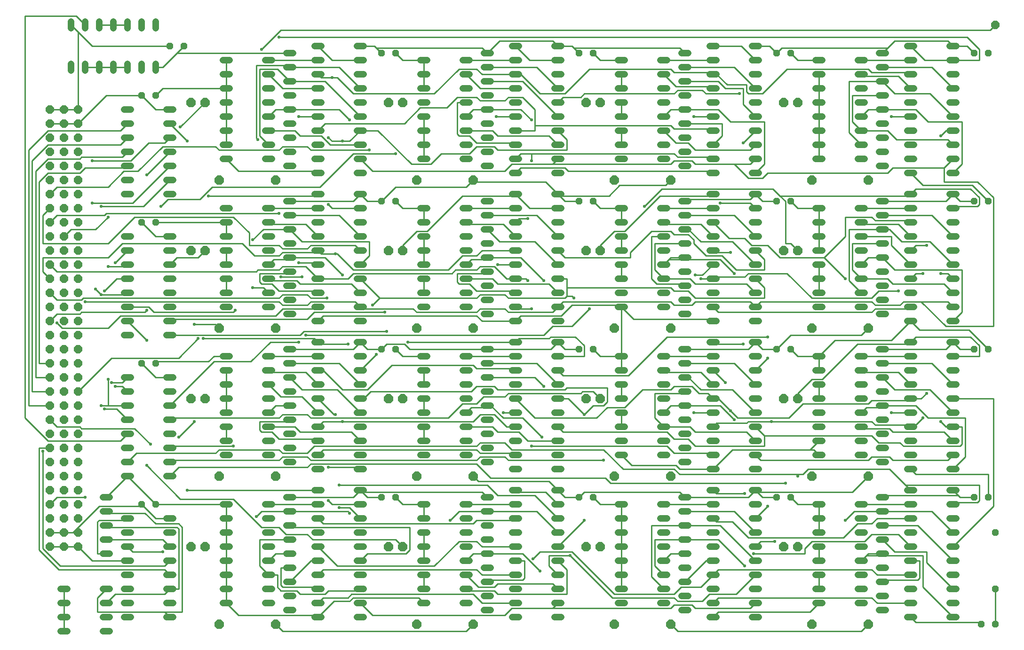
<source format=gbr>
G04 EAGLE Gerber RS-274X export*
G75*
%MOMM*%
%FSLAX34Y34*%
%LPD*%
%INTop Copper*%
%IPPOS*%
%AMOC8*
5,1,8,0,0,1.08239X$1,22.5*%
G01*
%ADD10P,1.649562X8X202.500000*%
%ADD11P,1.319650X8X202.500000*%
%ADD12P,1.319650X8X112.500000*%
%ADD13C,1.219200*%
%ADD14P,1.319650X8X22.500000*%
%ADD15P,1.814519X8X202.500000*%
%ADD16P,1.814519X8X22.500000*%
%ADD17P,1.649562X8X22.500000*%
%ADD18C,0.254000*%
%ADD19C,0.558800*%


D10*
X50800Y177800D03*
X50800Y203200D03*
X50800Y228600D03*
X50800Y254000D03*
X50800Y279400D03*
X50800Y304800D03*
X50800Y330200D03*
X50800Y355600D03*
X50800Y381000D03*
X50800Y406400D03*
X50800Y431800D03*
X50800Y457200D03*
X50800Y482600D03*
X50800Y508000D03*
X50800Y533400D03*
X50800Y558800D03*
X76200Y177800D03*
X76200Y203200D03*
X76200Y228600D03*
X76200Y254000D03*
X76200Y279400D03*
X76200Y304800D03*
X76200Y330200D03*
X76200Y355600D03*
X76200Y381000D03*
X76200Y406400D03*
X76200Y431800D03*
X76200Y457200D03*
X76200Y482600D03*
X76200Y508000D03*
X76200Y533400D03*
X76200Y558800D03*
X101600Y177800D03*
X101600Y203200D03*
X101600Y228600D03*
X101600Y254000D03*
X101600Y279400D03*
X101600Y304800D03*
X101600Y330200D03*
X101600Y355600D03*
X101600Y381000D03*
X101600Y406400D03*
X101600Y431800D03*
X101600Y457200D03*
X101600Y482600D03*
X101600Y508000D03*
X101600Y533400D03*
X101600Y558800D03*
X50800Y584200D03*
X50800Y609600D03*
X50800Y635000D03*
X50800Y660400D03*
X50800Y685800D03*
X50800Y711200D03*
X50800Y736600D03*
X50800Y762000D03*
X50800Y787400D03*
X50800Y812800D03*
X50800Y838200D03*
X50800Y863600D03*
X50800Y889000D03*
X50800Y914400D03*
X50800Y939800D03*
X50800Y965200D03*
X76200Y584200D03*
X76200Y609600D03*
X76200Y635000D03*
X76200Y660400D03*
X76200Y685800D03*
X76200Y711200D03*
X76200Y736600D03*
X76200Y762000D03*
X76200Y787400D03*
X76200Y812800D03*
X76200Y838200D03*
X76200Y863600D03*
X76200Y889000D03*
X76200Y914400D03*
X76200Y939800D03*
X76200Y965200D03*
X101600Y584200D03*
X101600Y609600D03*
X101600Y635000D03*
X101600Y660400D03*
X101600Y685800D03*
X101600Y711200D03*
X101600Y736600D03*
X101600Y762000D03*
X101600Y787400D03*
X101600Y812800D03*
X101600Y838200D03*
X101600Y863600D03*
X101600Y889000D03*
X101600Y914400D03*
X101600Y939800D03*
X101600Y965200D03*
D11*
X1752600Y38100D03*
X1727200Y38100D03*
D12*
X1752600Y101600D03*
X1752600Y203200D03*
D13*
X539496Y1079500D02*
X527304Y1079500D01*
X527304Y1054100D02*
X539496Y1054100D01*
X539496Y927100D02*
X527304Y927100D01*
X527304Y901700D02*
X539496Y901700D01*
X539496Y1028700D02*
X527304Y1028700D01*
X527304Y1003300D02*
X539496Y1003300D01*
X539496Y952500D02*
X527304Y952500D01*
X527304Y977900D02*
X539496Y977900D01*
X539496Y876300D02*
X527304Y876300D01*
X527304Y850900D02*
X539496Y850900D01*
X603504Y850900D02*
X615696Y850900D01*
X615696Y876300D02*
X603504Y876300D01*
X603504Y901700D02*
X615696Y901700D01*
X615696Y927100D02*
X603504Y927100D01*
X603504Y952500D02*
X615696Y952500D01*
X615696Y977900D02*
X603504Y977900D01*
X603504Y1003300D02*
X615696Y1003300D01*
X615696Y1028700D02*
X603504Y1028700D01*
X603504Y1054100D02*
X615696Y1054100D01*
X615696Y1079500D02*
X603504Y1079500D01*
X488696Y1066800D02*
X476504Y1066800D01*
X476504Y1041400D02*
X488696Y1041400D01*
X488696Y1016000D02*
X476504Y1016000D01*
X476504Y990600D02*
X488696Y990600D01*
X488696Y965200D02*
X476504Y965200D01*
X476504Y939800D02*
X488696Y939800D01*
X488696Y914400D02*
X476504Y914400D01*
X476504Y889000D02*
X488696Y889000D01*
X488696Y863600D02*
X476504Y863600D01*
X527304Y812800D02*
X539496Y812800D01*
X539496Y787400D02*
X527304Y787400D01*
X527304Y660400D02*
X539496Y660400D01*
X539496Y635000D02*
X527304Y635000D01*
X527304Y762000D02*
X539496Y762000D01*
X539496Y736600D02*
X527304Y736600D01*
X527304Y685800D02*
X539496Y685800D01*
X539496Y711200D02*
X527304Y711200D01*
X527304Y609600D02*
X539496Y609600D01*
X539496Y584200D02*
X527304Y584200D01*
X603504Y584200D02*
X615696Y584200D01*
X615696Y609600D02*
X603504Y609600D01*
X603504Y635000D02*
X615696Y635000D01*
X615696Y660400D02*
X603504Y660400D01*
X603504Y685800D02*
X615696Y685800D01*
X615696Y711200D02*
X603504Y711200D01*
X603504Y736600D02*
X615696Y736600D01*
X615696Y762000D02*
X603504Y762000D01*
X603504Y787400D02*
X615696Y787400D01*
X615696Y812800D02*
X603504Y812800D01*
X488696Y800100D02*
X476504Y800100D01*
X476504Y774700D02*
X488696Y774700D01*
X488696Y749300D02*
X476504Y749300D01*
X476504Y723900D02*
X488696Y723900D01*
X488696Y698500D02*
X476504Y698500D01*
X476504Y673100D02*
X488696Y673100D01*
X488696Y647700D02*
X476504Y647700D01*
X476504Y622300D02*
X488696Y622300D01*
X488696Y596900D02*
X476504Y596900D01*
X527304Y546100D02*
X539496Y546100D01*
X539496Y520700D02*
X527304Y520700D01*
X527304Y393700D02*
X539496Y393700D01*
X539496Y368300D02*
X527304Y368300D01*
X527304Y495300D02*
X539496Y495300D01*
X539496Y469900D02*
X527304Y469900D01*
X527304Y419100D02*
X539496Y419100D01*
X539496Y444500D02*
X527304Y444500D01*
X527304Y342900D02*
X539496Y342900D01*
X539496Y317500D02*
X527304Y317500D01*
X603504Y317500D02*
X615696Y317500D01*
X615696Y342900D02*
X603504Y342900D01*
X603504Y368300D02*
X615696Y368300D01*
X615696Y393700D02*
X603504Y393700D01*
X603504Y419100D02*
X615696Y419100D01*
X615696Y444500D02*
X603504Y444500D01*
X603504Y469900D02*
X615696Y469900D01*
X615696Y495300D02*
X603504Y495300D01*
X603504Y520700D02*
X615696Y520700D01*
X615696Y546100D02*
X603504Y546100D01*
X488696Y533400D02*
X476504Y533400D01*
X476504Y508000D02*
X488696Y508000D01*
X488696Y482600D02*
X476504Y482600D01*
X476504Y457200D02*
X488696Y457200D01*
X488696Y431800D02*
X476504Y431800D01*
X476504Y406400D02*
X488696Y406400D01*
X488696Y381000D02*
X476504Y381000D01*
X476504Y355600D02*
X488696Y355600D01*
X488696Y330200D02*
X476504Y330200D01*
X527304Y279400D02*
X539496Y279400D01*
X539496Y254000D02*
X527304Y254000D01*
X527304Y127000D02*
X539496Y127000D01*
X539496Y101600D02*
X527304Y101600D01*
X527304Y228600D02*
X539496Y228600D01*
X539496Y203200D02*
X527304Y203200D01*
X527304Y152400D02*
X539496Y152400D01*
X539496Y177800D02*
X527304Y177800D01*
X527304Y76200D02*
X539496Y76200D01*
X539496Y50800D02*
X527304Y50800D01*
X603504Y50800D02*
X615696Y50800D01*
X615696Y76200D02*
X603504Y76200D01*
X603504Y101600D02*
X615696Y101600D01*
X615696Y127000D02*
X603504Y127000D01*
X603504Y152400D02*
X615696Y152400D01*
X615696Y177800D02*
X603504Y177800D01*
X603504Y203200D02*
X615696Y203200D01*
X615696Y228600D02*
X603504Y228600D01*
X603504Y254000D02*
X615696Y254000D01*
X615696Y279400D02*
X603504Y279400D01*
X488696Y266700D02*
X476504Y266700D01*
X476504Y241300D02*
X488696Y241300D01*
X488696Y215900D02*
X476504Y215900D01*
X476504Y190500D02*
X488696Y190500D01*
X488696Y165100D02*
X476504Y165100D01*
X476504Y139700D02*
X488696Y139700D01*
X488696Y114300D02*
X476504Y114300D01*
X476504Y88900D02*
X488696Y88900D01*
X488696Y63500D02*
X476504Y63500D01*
X882904Y1079500D02*
X895096Y1079500D01*
X895096Y1054100D02*
X882904Y1054100D01*
X882904Y927100D02*
X895096Y927100D01*
X895096Y901700D02*
X882904Y901700D01*
X882904Y1028700D02*
X895096Y1028700D01*
X895096Y1003300D02*
X882904Y1003300D01*
X882904Y952500D02*
X895096Y952500D01*
X895096Y977900D02*
X882904Y977900D01*
X882904Y876300D02*
X895096Y876300D01*
X895096Y850900D02*
X882904Y850900D01*
X959104Y850900D02*
X971296Y850900D01*
X971296Y876300D02*
X959104Y876300D01*
X959104Y901700D02*
X971296Y901700D01*
X971296Y927100D02*
X959104Y927100D01*
X959104Y952500D02*
X971296Y952500D01*
X971296Y977900D02*
X959104Y977900D01*
X959104Y1003300D02*
X971296Y1003300D01*
X971296Y1028700D02*
X959104Y1028700D01*
X959104Y1054100D02*
X971296Y1054100D01*
X971296Y1079500D02*
X959104Y1079500D01*
X844296Y1066800D02*
X832104Y1066800D01*
X832104Y1041400D02*
X844296Y1041400D01*
X844296Y1016000D02*
X832104Y1016000D01*
X832104Y990600D02*
X844296Y990600D01*
X844296Y965200D02*
X832104Y965200D01*
X832104Y939800D02*
X844296Y939800D01*
X844296Y914400D02*
X832104Y914400D01*
X832104Y889000D02*
X844296Y889000D01*
X844296Y863600D02*
X832104Y863600D01*
X882904Y812800D02*
X895096Y812800D01*
X895096Y787400D02*
X882904Y787400D01*
X882904Y660400D02*
X895096Y660400D01*
X895096Y635000D02*
X882904Y635000D01*
X882904Y762000D02*
X895096Y762000D01*
X895096Y736600D02*
X882904Y736600D01*
X882904Y685800D02*
X895096Y685800D01*
X895096Y711200D02*
X882904Y711200D01*
X882904Y609600D02*
X895096Y609600D01*
X895096Y584200D02*
X882904Y584200D01*
X959104Y584200D02*
X971296Y584200D01*
X971296Y609600D02*
X959104Y609600D01*
X959104Y635000D02*
X971296Y635000D01*
X971296Y660400D02*
X959104Y660400D01*
X959104Y685800D02*
X971296Y685800D01*
X971296Y711200D02*
X959104Y711200D01*
X959104Y736600D02*
X971296Y736600D01*
X971296Y762000D02*
X959104Y762000D01*
X959104Y787400D02*
X971296Y787400D01*
X971296Y812800D02*
X959104Y812800D01*
X844296Y800100D02*
X832104Y800100D01*
X832104Y774700D02*
X844296Y774700D01*
X844296Y749300D02*
X832104Y749300D01*
X832104Y723900D02*
X844296Y723900D01*
X844296Y698500D02*
X832104Y698500D01*
X832104Y673100D02*
X844296Y673100D01*
X844296Y647700D02*
X832104Y647700D01*
X832104Y622300D02*
X844296Y622300D01*
X844296Y596900D02*
X832104Y596900D01*
X882904Y546100D02*
X895096Y546100D01*
X895096Y520700D02*
X882904Y520700D01*
X882904Y393700D02*
X895096Y393700D01*
X895096Y368300D02*
X882904Y368300D01*
X882904Y495300D02*
X895096Y495300D01*
X895096Y469900D02*
X882904Y469900D01*
X882904Y419100D02*
X895096Y419100D01*
X895096Y444500D02*
X882904Y444500D01*
X882904Y342900D02*
X895096Y342900D01*
X895096Y317500D02*
X882904Y317500D01*
X959104Y317500D02*
X971296Y317500D01*
X971296Y342900D02*
X959104Y342900D01*
X959104Y368300D02*
X971296Y368300D01*
X971296Y393700D02*
X959104Y393700D01*
X959104Y419100D02*
X971296Y419100D01*
X971296Y444500D02*
X959104Y444500D01*
X959104Y469900D02*
X971296Y469900D01*
X971296Y495300D02*
X959104Y495300D01*
X959104Y520700D02*
X971296Y520700D01*
X971296Y546100D02*
X959104Y546100D01*
X844296Y533400D02*
X832104Y533400D01*
X832104Y508000D02*
X844296Y508000D01*
X844296Y482600D02*
X832104Y482600D01*
X832104Y457200D02*
X844296Y457200D01*
X844296Y431800D02*
X832104Y431800D01*
X832104Y406400D02*
X844296Y406400D01*
X844296Y381000D02*
X832104Y381000D01*
X832104Y355600D02*
X844296Y355600D01*
X844296Y330200D02*
X832104Y330200D01*
X882904Y279400D02*
X895096Y279400D01*
X895096Y254000D02*
X882904Y254000D01*
X882904Y127000D02*
X895096Y127000D01*
X895096Y101600D02*
X882904Y101600D01*
X882904Y228600D02*
X895096Y228600D01*
X895096Y203200D02*
X882904Y203200D01*
X882904Y152400D02*
X895096Y152400D01*
X895096Y177800D02*
X882904Y177800D01*
X882904Y76200D02*
X895096Y76200D01*
X895096Y50800D02*
X882904Y50800D01*
X959104Y50800D02*
X971296Y50800D01*
X971296Y76200D02*
X959104Y76200D01*
X959104Y101600D02*
X971296Y101600D01*
X971296Y127000D02*
X959104Y127000D01*
X959104Y152400D02*
X971296Y152400D01*
X971296Y177800D02*
X959104Y177800D01*
X959104Y203200D02*
X971296Y203200D01*
X971296Y228600D02*
X959104Y228600D01*
X959104Y254000D02*
X971296Y254000D01*
X971296Y279400D02*
X959104Y279400D01*
X844296Y266700D02*
X832104Y266700D01*
X832104Y241300D02*
X844296Y241300D01*
X844296Y215900D02*
X832104Y215900D01*
X832104Y190500D02*
X844296Y190500D01*
X844296Y165100D02*
X832104Y165100D01*
X832104Y139700D02*
X844296Y139700D01*
X844296Y114300D02*
X832104Y114300D01*
X832104Y88900D02*
X844296Y88900D01*
X844296Y63500D02*
X832104Y63500D01*
X1238504Y1079500D02*
X1250696Y1079500D01*
X1250696Y1054100D02*
X1238504Y1054100D01*
X1238504Y927100D02*
X1250696Y927100D01*
X1250696Y901700D02*
X1238504Y901700D01*
X1238504Y1028700D02*
X1250696Y1028700D01*
X1250696Y1003300D02*
X1238504Y1003300D01*
X1238504Y952500D02*
X1250696Y952500D01*
X1250696Y977900D02*
X1238504Y977900D01*
X1238504Y876300D02*
X1250696Y876300D01*
X1250696Y850900D02*
X1238504Y850900D01*
X1314704Y850900D02*
X1326896Y850900D01*
X1326896Y876300D02*
X1314704Y876300D01*
X1314704Y901700D02*
X1326896Y901700D01*
X1326896Y927100D02*
X1314704Y927100D01*
X1314704Y952500D02*
X1326896Y952500D01*
X1326896Y977900D02*
X1314704Y977900D01*
X1314704Y1003300D02*
X1326896Y1003300D01*
X1326896Y1028700D02*
X1314704Y1028700D01*
X1314704Y1054100D02*
X1326896Y1054100D01*
X1326896Y1079500D02*
X1314704Y1079500D01*
X1199896Y1066800D02*
X1187704Y1066800D01*
X1187704Y1041400D02*
X1199896Y1041400D01*
X1199896Y1016000D02*
X1187704Y1016000D01*
X1187704Y990600D02*
X1199896Y990600D01*
X1199896Y965200D02*
X1187704Y965200D01*
X1187704Y939800D02*
X1199896Y939800D01*
X1199896Y914400D02*
X1187704Y914400D01*
X1187704Y889000D02*
X1199896Y889000D01*
X1199896Y863600D02*
X1187704Y863600D01*
X1238504Y812800D02*
X1250696Y812800D01*
X1250696Y787400D02*
X1238504Y787400D01*
X1238504Y660400D02*
X1250696Y660400D01*
X1250696Y635000D02*
X1238504Y635000D01*
X1238504Y762000D02*
X1250696Y762000D01*
X1250696Y736600D02*
X1238504Y736600D01*
X1238504Y685800D02*
X1250696Y685800D01*
X1250696Y711200D02*
X1238504Y711200D01*
X1238504Y609600D02*
X1250696Y609600D01*
X1250696Y584200D02*
X1238504Y584200D01*
X1314704Y584200D02*
X1326896Y584200D01*
X1326896Y609600D02*
X1314704Y609600D01*
X1314704Y635000D02*
X1326896Y635000D01*
X1326896Y660400D02*
X1314704Y660400D01*
X1314704Y685800D02*
X1326896Y685800D01*
X1326896Y711200D02*
X1314704Y711200D01*
X1314704Y736600D02*
X1326896Y736600D01*
X1326896Y762000D02*
X1314704Y762000D01*
X1314704Y787400D02*
X1326896Y787400D01*
X1326896Y812800D02*
X1314704Y812800D01*
X1199896Y800100D02*
X1187704Y800100D01*
X1187704Y774700D02*
X1199896Y774700D01*
X1199896Y749300D02*
X1187704Y749300D01*
X1187704Y723900D02*
X1199896Y723900D01*
X1199896Y698500D02*
X1187704Y698500D01*
X1187704Y673100D02*
X1199896Y673100D01*
X1199896Y647700D02*
X1187704Y647700D01*
X1187704Y622300D02*
X1199896Y622300D01*
X1199896Y596900D02*
X1187704Y596900D01*
X1238504Y546100D02*
X1250696Y546100D01*
X1250696Y520700D02*
X1238504Y520700D01*
X1238504Y393700D02*
X1250696Y393700D01*
X1250696Y368300D02*
X1238504Y368300D01*
X1238504Y495300D02*
X1250696Y495300D01*
X1250696Y469900D02*
X1238504Y469900D01*
X1238504Y419100D02*
X1250696Y419100D01*
X1250696Y444500D02*
X1238504Y444500D01*
X1238504Y342900D02*
X1250696Y342900D01*
X1250696Y317500D02*
X1238504Y317500D01*
X1314704Y317500D02*
X1326896Y317500D01*
X1326896Y342900D02*
X1314704Y342900D01*
X1314704Y368300D02*
X1326896Y368300D01*
X1326896Y393700D02*
X1314704Y393700D01*
X1314704Y419100D02*
X1326896Y419100D01*
X1326896Y444500D02*
X1314704Y444500D01*
X1314704Y469900D02*
X1326896Y469900D01*
X1326896Y495300D02*
X1314704Y495300D01*
X1314704Y520700D02*
X1326896Y520700D01*
X1326896Y546100D02*
X1314704Y546100D01*
X1199896Y533400D02*
X1187704Y533400D01*
X1187704Y508000D02*
X1199896Y508000D01*
X1199896Y482600D02*
X1187704Y482600D01*
X1187704Y457200D02*
X1199896Y457200D01*
X1199896Y431800D02*
X1187704Y431800D01*
X1187704Y406400D02*
X1199896Y406400D01*
X1199896Y381000D02*
X1187704Y381000D01*
X1187704Y355600D02*
X1199896Y355600D01*
X1199896Y330200D02*
X1187704Y330200D01*
X1238504Y279400D02*
X1250696Y279400D01*
X1250696Y254000D02*
X1238504Y254000D01*
X1238504Y127000D02*
X1250696Y127000D01*
X1250696Y101600D02*
X1238504Y101600D01*
X1238504Y228600D02*
X1250696Y228600D01*
X1250696Y203200D02*
X1238504Y203200D01*
X1238504Y152400D02*
X1250696Y152400D01*
X1250696Y177800D02*
X1238504Y177800D01*
X1238504Y76200D02*
X1250696Y76200D01*
X1250696Y50800D02*
X1238504Y50800D01*
X1314704Y50800D02*
X1326896Y50800D01*
X1326896Y76200D02*
X1314704Y76200D01*
X1314704Y101600D02*
X1326896Y101600D01*
X1326896Y127000D02*
X1314704Y127000D01*
X1314704Y152400D02*
X1326896Y152400D01*
X1326896Y177800D02*
X1314704Y177800D01*
X1314704Y203200D02*
X1326896Y203200D01*
X1326896Y228600D02*
X1314704Y228600D01*
X1314704Y254000D02*
X1326896Y254000D01*
X1326896Y279400D02*
X1314704Y279400D01*
X1199896Y266700D02*
X1187704Y266700D01*
X1187704Y241300D02*
X1199896Y241300D01*
X1199896Y215900D02*
X1187704Y215900D01*
X1187704Y190500D02*
X1199896Y190500D01*
X1199896Y165100D02*
X1187704Y165100D01*
X1187704Y139700D02*
X1199896Y139700D01*
X1199896Y114300D02*
X1187704Y114300D01*
X1187704Y88900D02*
X1199896Y88900D01*
X1199896Y63500D02*
X1187704Y63500D01*
X1594104Y1079500D02*
X1606296Y1079500D01*
X1606296Y1054100D02*
X1594104Y1054100D01*
X1594104Y927100D02*
X1606296Y927100D01*
X1606296Y901700D02*
X1594104Y901700D01*
X1594104Y1028700D02*
X1606296Y1028700D01*
X1606296Y1003300D02*
X1594104Y1003300D01*
X1594104Y952500D02*
X1606296Y952500D01*
X1606296Y977900D02*
X1594104Y977900D01*
X1594104Y876300D02*
X1606296Y876300D01*
X1606296Y850900D02*
X1594104Y850900D01*
X1670304Y850900D02*
X1682496Y850900D01*
X1682496Y876300D02*
X1670304Y876300D01*
X1670304Y901700D02*
X1682496Y901700D01*
X1682496Y927100D02*
X1670304Y927100D01*
X1670304Y952500D02*
X1682496Y952500D01*
X1682496Y977900D02*
X1670304Y977900D01*
X1670304Y1003300D02*
X1682496Y1003300D01*
X1682496Y1028700D02*
X1670304Y1028700D01*
X1670304Y1054100D02*
X1682496Y1054100D01*
X1682496Y1079500D02*
X1670304Y1079500D01*
X1555496Y1066800D02*
X1543304Y1066800D01*
X1543304Y1041400D02*
X1555496Y1041400D01*
X1555496Y1016000D02*
X1543304Y1016000D01*
X1543304Y990600D02*
X1555496Y990600D01*
X1555496Y965200D02*
X1543304Y965200D01*
X1543304Y939800D02*
X1555496Y939800D01*
X1555496Y914400D02*
X1543304Y914400D01*
X1543304Y889000D02*
X1555496Y889000D01*
X1555496Y863600D02*
X1543304Y863600D01*
X1594104Y812800D02*
X1606296Y812800D01*
X1606296Y787400D02*
X1594104Y787400D01*
X1594104Y660400D02*
X1606296Y660400D01*
X1606296Y635000D02*
X1594104Y635000D01*
X1594104Y762000D02*
X1606296Y762000D01*
X1606296Y736600D02*
X1594104Y736600D01*
X1594104Y685800D02*
X1606296Y685800D01*
X1606296Y711200D02*
X1594104Y711200D01*
X1594104Y609600D02*
X1606296Y609600D01*
X1606296Y584200D02*
X1594104Y584200D01*
X1670304Y584200D02*
X1682496Y584200D01*
X1682496Y609600D02*
X1670304Y609600D01*
X1670304Y635000D02*
X1682496Y635000D01*
X1682496Y660400D02*
X1670304Y660400D01*
X1670304Y685800D02*
X1682496Y685800D01*
X1682496Y711200D02*
X1670304Y711200D01*
X1670304Y736600D02*
X1682496Y736600D01*
X1682496Y762000D02*
X1670304Y762000D01*
X1670304Y787400D02*
X1682496Y787400D01*
X1682496Y812800D02*
X1670304Y812800D01*
X1555496Y800100D02*
X1543304Y800100D01*
X1543304Y774700D02*
X1555496Y774700D01*
X1555496Y749300D02*
X1543304Y749300D01*
X1543304Y723900D02*
X1555496Y723900D01*
X1555496Y698500D02*
X1543304Y698500D01*
X1543304Y673100D02*
X1555496Y673100D01*
X1555496Y647700D02*
X1543304Y647700D01*
X1543304Y622300D02*
X1555496Y622300D01*
X1555496Y596900D02*
X1543304Y596900D01*
X1594104Y546100D02*
X1606296Y546100D01*
X1606296Y520700D02*
X1594104Y520700D01*
X1594104Y393700D02*
X1606296Y393700D01*
X1606296Y368300D02*
X1594104Y368300D01*
X1594104Y495300D02*
X1606296Y495300D01*
X1606296Y469900D02*
X1594104Y469900D01*
X1594104Y419100D02*
X1606296Y419100D01*
X1606296Y444500D02*
X1594104Y444500D01*
X1594104Y342900D02*
X1606296Y342900D01*
X1606296Y317500D02*
X1594104Y317500D01*
X1670304Y317500D02*
X1682496Y317500D01*
X1682496Y342900D02*
X1670304Y342900D01*
X1670304Y368300D02*
X1682496Y368300D01*
X1682496Y393700D02*
X1670304Y393700D01*
X1670304Y419100D02*
X1682496Y419100D01*
X1682496Y444500D02*
X1670304Y444500D01*
X1670304Y469900D02*
X1682496Y469900D01*
X1682496Y495300D02*
X1670304Y495300D01*
X1670304Y520700D02*
X1682496Y520700D01*
X1682496Y546100D02*
X1670304Y546100D01*
X1555496Y533400D02*
X1543304Y533400D01*
X1543304Y508000D02*
X1555496Y508000D01*
X1555496Y482600D02*
X1543304Y482600D01*
X1543304Y457200D02*
X1555496Y457200D01*
X1555496Y431800D02*
X1543304Y431800D01*
X1543304Y406400D02*
X1555496Y406400D01*
X1555496Y381000D02*
X1543304Y381000D01*
X1543304Y355600D02*
X1555496Y355600D01*
X1555496Y330200D02*
X1543304Y330200D01*
X1594104Y279400D02*
X1606296Y279400D01*
X1606296Y254000D02*
X1594104Y254000D01*
X1594104Y127000D02*
X1606296Y127000D01*
X1606296Y101600D02*
X1594104Y101600D01*
X1594104Y228600D02*
X1606296Y228600D01*
X1606296Y203200D02*
X1594104Y203200D01*
X1594104Y152400D02*
X1606296Y152400D01*
X1606296Y177800D02*
X1594104Y177800D01*
X1594104Y76200D02*
X1606296Y76200D01*
X1606296Y50800D02*
X1594104Y50800D01*
X1670304Y50800D02*
X1682496Y50800D01*
X1682496Y76200D02*
X1670304Y76200D01*
X1670304Y101600D02*
X1682496Y101600D01*
X1682496Y127000D02*
X1670304Y127000D01*
X1670304Y152400D02*
X1682496Y152400D01*
X1682496Y177800D02*
X1670304Y177800D01*
X1670304Y203200D02*
X1682496Y203200D01*
X1682496Y228600D02*
X1670304Y228600D01*
X1670304Y254000D02*
X1682496Y254000D01*
X1682496Y279400D02*
X1670304Y279400D01*
X1555496Y266700D02*
X1543304Y266700D01*
X1543304Y241300D02*
X1555496Y241300D01*
X1555496Y215900D02*
X1543304Y215900D01*
X1543304Y190500D02*
X1555496Y190500D01*
X1555496Y165100D02*
X1543304Y165100D01*
X1543304Y139700D02*
X1555496Y139700D01*
X1555496Y114300D02*
X1543304Y114300D01*
X1543304Y88900D02*
X1555496Y88900D01*
X1555496Y63500D02*
X1543304Y63500D01*
X196596Y965200D02*
X184404Y965200D01*
X184404Y939800D02*
X196596Y939800D01*
X196596Y812800D02*
X184404Y812800D01*
X260604Y812800D02*
X272796Y812800D01*
X196596Y914400D02*
X184404Y914400D01*
X184404Y889000D02*
X196596Y889000D01*
X196596Y838200D02*
X184404Y838200D01*
X184404Y863600D02*
X196596Y863600D01*
X260604Y838200D02*
X272796Y838200D01*
X272796Y863600D02*
X260604Y863600D01*
X260604Y889000D02*
X272796Y889000D01*
X272796Y914400D02*
X260604Y914400D01*
X260604Y939800D02*
X272796Y939800D01*
X272796Y965200D02*
X260604Y965200D01*
X196596Y736600D02*
X184404Y736600D01*
X184404Y711200D02*
X196596Y711200D01*
X196596Y584200D02*
X184404Y584200D01*
X184404Y558800D02*
X196596Y558800D01*
X196596Y685800D02*
X184404Y685800D01*
X184404Y660400D02*
X196596Y660400D01*
X196596Y609600D02*
X184404Y609600D01*
X184404Y635000D02*
X196596Y635000D01*
X260604Y558800D02*
X272796Y558800D01*
X272796Y584200D02*
X260604Y584200D01*
X260604Y609600D02*
X272796Y609600D01*
X272796Y635000D02*
X260604Y635000D01*
X260604Y660400D02*
X272796Y660400D01*
X272796Y685800D02*
X260604Y685800D01*
X260604Y711200D02*
X272796Y711200D01*
X272796Y736600D02*
X260604Y736600D01*
X196596Y482600D02*
X184404Y482600D01*
X184404Y457200D02*
X196596Y457200D01*
X196596Y330200D02*
X184404Y330200D01*
X184404Y304800D02*
X196596Y304800D01*
X196596Y431800D02*
X184404Y431800D01*
X184404Y406400D02*
X196596Y406400D01*
X196596Y355600D02*
X184404Y355600D01*
X184404Y381000D02*
X196596Y381000D01*
X260604Y304800D02*
X272796Y304800D01*
X272796Y330200D02*
X260604Y330200D01*
X260604Y355600D02*
X272796Y355600D01*
X272796Y381000D02*
X260604Y381000D01*
X260604Y406400D02*
X272796Y406400D01*
X272796Y431800D02*
X260604Y431800D01*
X260604Y457200D02*
X272796Y457200D01*
X272796Y482600D02*
X260604Y482600D01*
X438404Y876300D02*
X450596Y876300D01*
X450596Y901700D02*
X438404Y901700D01*
X438404Y1028700D02*
X450596Y1028700D01*
X450596Y1054100D02*
X438404Y1054100D01*
X438404Y927100D02*
X450596Y927100D01*
X450596Y952500D02*
X438404Y952500D01*
X438404Y1003300D02*
X450596Y1003300D01*
X450596Y977900D02*
X438404Y977900D01*
X374396Y1054100D02*
X362204Y1054100D01*
X362204Y1028700D02*
X374396Y1028700D01*
X374396Y1003300D02*
X362204Y1003300D01*
X362204Y977900D02*
X374396Y977900D01*
X374396Y952500D02*
X362204Y952500D01*
X362204Y927100D02*
X374396Y927100D01*
X374396Y901700D02*
X362204Y901700D01*
X362204Y876300D02*
X374396Y876300D01*
X438404Y609600D02*
X450596Y609600D01*
X450596Y635000D02*
X438404Y635000D01*
X438404Y762000D02*
X450596Y762000D01*
X450596Y787400D02*
X438404Y787400D01*
X438404Y660400D02*
X450596Y660400D01*
X450596Y685800D02*
X438404Y685800D01*
X438404Y736600D02*
X450596Y736600D01*
X450596Y711200D02*
X438404Y711200D01*
X374396Y787400D02*
X362204Y787400D01*
X362204Y762000D02*
X374396Y762000D01*
X374396Y736600D02*
X362204Y736600D01*
X362204Y711200D02*
X374396Y711200D01*
X374396Y685800D02*
X362204Y685800D01*
X362204Y660400D02*
X374396Y660400D01*
X374396Y635000D02*
X362204Y635000D01*
X362204Y609600D02*
X374396Y609600D01*
X438404Y342900D02*
X450596Y342900D01*
X450596Y368300D02*
X438404Y368300D01*
X438404Y495300D02*
X450596Y495300D01*
X450596Y520700D02*
X438404Y520700D01*
X438404Y393700D02*
X450596Y393700D01*
X450596Y419100D02*
X438404Y419100D01*
X438404Y469900D02*
X450596Y469900D01*
X450596Y444500D02*
X438404Y444500D01*
X374396Y520700D02*
X362204Y520700D01*
X362204Y495300D02*
X374396Y495300D01*
X374396Y469900D02*
X362204Y469900D01*
X362204Y444500D02*
X374396Y444500D01*
X374396Y419100D02*
X362204Y419100D01*
X362204Y393700D02*
X374396Y393700D01*
X374396Y368300D02*
X362204Y368300D01*
X362204Y342900D02*
X374396Y342900D01*
X438404Y76200D02*
X450596Y76200D01*
X450596Y101600D02*
X438404Y101600D01*
X438404Y228600D02*
X450596Y228600D01*
X450596Y254000D02*
X438404Y254000D01*
X438404Y127000D02*
X450596Y127000D01*
X450596Y152400D02*
X438404Y152400D01*
X438404Y203200D02*
X450596Y203200D01*
X450596Y177800D02*
X438404Y177800D01*
X374396Y254000D02*
X362204Y254000D01*
X362204Y228600D02*
X374396Y228600D01*
X374396Y203200D02*
X362204Y203200D01*
X362204Y177800D02*
X374396Y177800D01*
X374396Y152400D02*
X362204Y152400D01*
X362204Y127000D02*
X374396Y127000D01*
X374396Y101600D02*
X362204Y101600D01*
X362204Y76200D02*
X374396Y76200D01*
X794004Y876300D02*
X806196Y876300D01*
X806196Y901700D02*
X794004Y901700D01*
X794004Y1028700D02*
X806196Y1028700D01*
X806196Y1054100D02*
X794004Y1054100D01*
X794004Y927100D02*
X806196Y927100D01*
X806196Y952500D02*
X794004Y952500D01*
X794004Y1003300D02*
X806196Y1003300D01*
X806196Y977900D02*
X794004Y977900D01*
X729996Y1054100D02*
X717804Y1054100D01*
X717804Y1028700D02*
X729996Y1028700D01*
X729996Y1003300D02*
X717804Y1003300D01*
X717804Y977900D02*
X729996Y977900D01*
X729996Y952500D02*
X717804Y952500D01*
X717804Y927100D02*
X729996Y927100D01*
X729996Y901700D02*
X717804Y901700D01*
X717804Y876300D02*
X729996Y876300D01*
X794004Y609600D02*
X806196Y609600D01*
X806196Y635000D02*
X794004Y635000D01*
X794004Y762000D02*
X806196Y762000D01*
X806196Y787400D02*
X794004Y787400D01*
X794004Y660400D02*
X806196Y660400D01*
X806196Y685800D02*
X794004Y685800D01*
X794004Y736600D02*
X806196Y736600D01*
X806196Y711200D02*
X794004Y711200D01*
X729996Y787400D02*
X717804Y787400D01*
X717804Y762000D02*
X729996Y762000D01*
X729996Y736600D02*
X717804Y736600D01*
X717804Y711200D02*
X729996Y711200D01*
X729996Y685800D02*
X717804Y685800D01*
X717804Y660400D02*
X729996Y660400D01*
X729996Y635000D02*
X717804Y635000D01*
X717804Y609600D02*
X729996Y609600D01*
X794004Y342900D02*
X806196Y342900D01*
X806196Y368300D02*
X794004Y368300D01*
X794004Y495300D02*
X806196Y495300D01*
X806196Y520700D02*
X794004Y520700D01*
X794004Y393700D02*
X806196Y393700D01*
X806196Y419100D02*
X794004Y419100D01*
X794004Y469900D02*
X806196Y469900D01*
X806196Y444500D02*
X794004Y444500D01*
X729996Y520700D02*
X717804Y520700D01*
X717804Y495300D02*
X729996Y495300D01*
X729996Y469900D02*
X717804Y469900D01*
X717804Y444500D02*
X729996Y444500D01*
X729996Y419100D02*
X717804Y419100D01*
X717804Y393700D02*
X729996Y393700D01*
X729996Y368300D02*
X717804Y368300D01*
X717804Y342900D02*
X729996Y342900D01*
X794004Y76200D02*
X806196Y76200D01*
X806196Y101600D02*
X794004Y101600D01*
X794004Y228600D02*
X806196Y228600D01*
X806196Y254000D02*
X794004Y254000D01*
X794004Y127000D02*
X806196Y127000D01*
X806196Y152400D02*
X794004Y152400D01*
X794004Y203200D02*
X806196Y203200D01*
X806196Y177800D02*
X794004Y177800D01*
X729996Y254000D02*
X717804Y254000D01*
X717804Y228600D02*
X729996Y228600D01*
X729996Y203200D02*
X717804Y203200D01*
X717804Y177800D02*
X729996Y177800D01*
X729996Y152400D02*
X717804Y152400D01*
X717804Y127000D02*
X729996Y127000D01*
X729996Y101600D02*
X717804Y101600D01*
X717804Y76200D02*
X729996Y76200D01*
X1149604Y876300D02*
X1161796Y876300D01*
X1161796Y901700D02*
X1149604Y901700D01*
X1149604Y1028700D02*
X1161796Y1028700D01*
X1161796Y1054100D02*
X1149604Y1054100D01*
X1149604Y927100D02*
X1161796Y927100D01*
X1161796Y952500D02*
X1149604Y952500D01*
X1149604Y1003300D02*
X1161796Y1003300D01*
X1161796Y977900D02*
X1149604Y977900D01*
X1085596Y1054100D02*
X1073404Y1054100D01*
X1073404Y1028700D02*
X1085596Y1028700D01*
X1085596Y1003300D02*
X1073404Y1003300D01*
X1073404Y977900D02*
X1085596Y977900D01*
X1085596Y952500D02*
X1073404Y952500D01*
X1073404Y927100D02*
X1085596Y927100D01*
X1085596Y901700D02*
X1073404Y901700D01*
X1073404Y876300D02*
X1085596Y876300D01*
X1149604Y609600D02*
X1161796Y609600D01*
X1161796Y635000D02*
X1149604Y635000D01*
X1149604Y762000D02*
X1161796Y762000D01*
X1161796Y787400D02*
X1149604Y787400D01*
X1149604Y660400D02*
X1161796Y660400D01*
X1161796Y685800D02*
X1149604Y685800D01*
X1149604Y736600D02*
X1161796Y736600D01*
X1161796Y711200D02*
X1149604Y711200D01*
X1085596Y787400D02*
X1073404Y787400D01*
X1073404Y762000D02*
X1085596Y762000D01*
X1085596Y736600D02*
X1073404Y736600D01*
X1073404Y711200D02*
X1085596Y711200D01*
X1085596Y685800D02*
X1073404Y685800D01*
X1073404Y660400D02*
X1085596Y660400D01*
X1085596Y635000D02*
X1073404Y635000D01*
X1073404Y609600D02*
X1085596Y609600D01*
X1149604Y342900D02*
X1161796Y342900D01*
X1161796Y368300D02*
X1149604Y368300D01*
X1149604Y495300D02*
X1161796Y495300D01*
X1161796Y520700D02*
X1149604Y520700D01*
X1149604Y393700D02*
X1161796Y393700D01*
X1161796Y419100D02*
X1149604Y419100D01*
X1149604Y469900D02*
X1161796Y469900D01*
X1161796Y444500D02*
X1149604Y444500D01*
X1085596Y520700D02*
X1073404Y520700D01*
X1073404Y495300D02*
X1085596Y495300D01*
X1085596Y469900D02*
X1073404Y469900D01*
X1073404Y444500D02*
X1085596Y444500D01*
X1085596Y419100D02*
X1073404Y419100D01*
X1073404Y393700D02*
X1085596Y393700D01*
X1085596Y368300D02*
X1073404Y368300D01*
X1073404Y342900D02*
X1085596Y342900D01*
X1149604Y76200D02*
X1161796Y76200D01*
X1161796Y101600D02*
X1149604Y101600D01*
X1149604Y228600D02*
X1161796Y228600D01*
X1161796Y254000D02*
X1149604Y254000D01*
X1149604Y127000D02*
X1161796Y127000D01*
X1161796Y152400D02*
X1149604Y152400D01*
X1149604Y203200D02*
X1161796Y203200D01*
X1161796Y177800D02*
X1149604Y177800D01*
X1085596Y254000D02*
X1073404Y254000D01*
X1073404Y228600D02*
X1085596Y228600D01*
X1085596Y203200D02*
X1073404Y203200D01*
X1073404Y177800D02*
X1085596Y177800D01*
X1085596Y152400D02*
X1073404Y152400D01*
X1073404Y127000D02*
X1085596Y127000D01*
X1085596Y101600D02*
X1073404Y101600D01*
X1073404Y76200D02*
X1085596Y76200D01*
X1505204Y876300D02*
X1517396Y876300D01*
X1517396Y901700D02*
X1505204Y901700D01*
X1505204Y1028700D02*
X1517396Y1028700D01*
X1517396Y1054100D02*
X1505204Y1054100D01*
X1505204Y927100D02*
X1517396Y927100D01*
X1517396Y952500D02*
X1505204Y952500D01*
X1505204Y1003300D02*
X1517396Y1003300D01*
X1517396Y977900D02*
X1505204Y977900D01*
X1441196Y1054100D02*
X1429004Y1054100D01*
X1429004Y1028700D02*
X1441196Y1028700D01*
X1441196Y1003300D02*
X1429004Y1003300D01*
X1429004Y977900D02*
X1441196Y977900D01*
X1441196Y952500D02*
X1429004Y952500D01*
X1429004Y927100D02*
X1441196Y927100D01*
X1441196Y901700D02*
X1429004Y901700D01*
X1429004Y876300D02*
X1441196Y876300D01*
X1505204Y609600D02*
X1517396Y609600D01*
X1517396Y635000D02*
X1505204Y635000D01*
X1505204Y762000D02*
X1517396Y762000D01*
X1517396Y787400D02*
X1505204Y787400D01*
X1505204Y660400D02*
X1517396Y660400D01*
X1517396Y685800D02*
X1505204Y685800D01*
X1505204Y736600D02*
X1517396Y736600D01*
X1517396Y711200D02*
X1505204Y711200D01*
X1441196Y787400D02*
X1429004Y787400D01*
X1429004Y762000D02*
X1441196Y762000D01*
X1441196Y736600D02*
X1429004Y736600D01*
X1429004Y711200D02*
X1441196Y711200D01*
X1441196Y685800D02*
X1429004Y685800D01*
X1429004Y660400D02*
X1441196Y660400D01*
X1441196Y635000D02*
X1429004Y635000D01*
X1429004Y609600D02*
X1441196Y609600D01*
X1505204Y342900D02*
X1517396Y342900D01*
X1517396Y368300D02*
X1505204Y368300D01*
X1505204Y495300D02*
X1517396Y495300D01*
X1517396Y520700D02*
X1505204Y520700D01*
X1505204Y393700D02*
X1517396Y393700D01*
X1517396Y419100D02*
X1505204Y419100D01*
X1505204Y469900D02*
X1517396Y469900D01*
X1517396Y444500D02*
X1505204Y444500D01*
X1441196Y520700D02*
X1429004Y520700D01*
X1429004Y495300D02*
X1441196Y495300D01*
X1441196Y469900D02*
X1429004Y469900D01*
X1429004Y444500D02*
X1441196Y444500D01*
X1441196Y419100D02*
X1429004Y419100D01*
X1429004Y393700D02*
X1441196Y393700D01*
X1441196Y368300D02*
X1429004Y368300D01*
X1429004Y342900D02*
X1441196Y342900D01*
X1505204Y76200D02*
X1517396Y76200D01*
X1517396Y101600D02*
X1505204Y101600D01*
X1505204Y228600D02*
X1517396Y228600D01*
X1517396Y254000D02*
X1505204Y254000D01*
X1505204Y127000D02*
X1517396Y127000D01*
X1517396Y152400D02*
X1505204Y152400D01*
X1505204Y203200D02*
X1517396Y203200D01*
X1517396Y177800D02*
X1505204Y177800D01*
X1441196Y254000D02*
X1429004Y254000D01*
X1429004Y228600D02*
X1441196Y228600D01*
X1441196Y203200D02*
X1429004Y203200D01*
X1429004Y177800D02*
X1441196Y177800D01*
X1441196Y152400D02*
X1429004Y152400D01*
X1429004Y127000D02*
X1441196Y127000D01*
X1441196Y101600D02*
X1429004Y101600D01*
X1429004Y76200D02*
X1441196Y76200D01*
D14*
X647700Y1066800D03*
X673100Y1066800D03*
X647700Y800100D03*
X673100Y800100D03*
X647700Y533400D03*
X673100Y533400D03*
X647700Y266700D03*
X673100Y266700D03*
X1003300Y1066800D03*
X1028700Y1066800D03*
X1003300Y800100D03*
X1028700Y800100D03*
X1003300Y533400D03*
X1028700Y533400D03*
X1003300Y266700D03*
X1028700Y266700D03*
X1358900Y1066800D03*
X1384300Y1066800D03*
X1358900Y800100D03*
X1384300Y800100D03*
X1358900Y533400D03*
X1384300Y533400D03*
X1358900Y266700D03*
X1384300Y266700D03*
X1714500Y1066800D03*
X1739900Y1066800D03*
X1714500Y800100D03*
X1739900Y800100D03*
X1714500Y533400D03*
X1739900Y533400D03*
X1714500Y266700D03*
X1739900Y266700D03*
X215900Y990600D03*
X241300Y990600D03*
X215900Y762000D03*
X241300Y762000D03*
X215900Y508000D03*
X241300Y508000D03*
X215900Y254000D03*
X241300Y254000D03*
D13*
X196596Y228600D02*
X184404Y228600D01*
X184404Y203200D02*
X196596Y203200D01*
X196596Y76200D02*
X184404Y76200D01*
X184404Y50800D02*
X196596Y50800D01*
X196596Y177800D02*
X184404Y177800D01*
X184404Y152400D02*
X196596Y152400D01*
X196596Y101600D02*
X184404Y101600D01*
X184404Y127000D02*
X196596Y127000D01*
X260604Y50800D02*
X272796Y50800D01*
X272796Y76200D02*
X260604Y76200D01*
X260604Y101600D02*
X272796Y101600D01*
X272796Y127000D02*
X260604Y127000D01*
X260604Y152400D02*
X272796Y152400D01*
X272796Y177800D02*
X260604Y177800D01*
X260604Y203200D02*
X272796Y203200D01*
X272796Y228600D02*
X260604Y228600D01*
X241300Y1111504D02*
X241300Y1123696D01*
X215900Y1123696D02*
X215900Y1111504D01*
X88900Y1111504D02*
X88900Y1123696D01*
X88900Y1047496D02*
X88900Y1035304D01*
X190500Y1111504D02*
X190500Y1123696D01*
X165100Y1123696D02*
X165100Y1111504D01*
X114300Y1111504D02*
X114300Y1123696D01*
X139700Y1123696D02*
X139700Y1111504D01*
X114300Y1047496D02*
X114300Y1035304D01*
X139700Y1035304D02*
X139700Y1047496D01*
X165100Y1047496D02*
X165100Y1035304D01*
X190500Y1035304D02*
X190500Y1047496D01*
X215900Y1047496D02*
X215900Y1035304D01*
X241300Y1035304D02*
X241300Y1047496D01*
X82296Y101600D02*
X70104Y101600D01*
X70104Y76200D02*
X82296Y76200D01*
X146304Y76200D02*
X158496Y76200D01*
X158496Y101600D02*
X146304Y101600D01*
X82296Y50800D02*
X70104Y50800D01*
X70104Y25400D02*
X82296Y25400D01*
X146304Y50800D02*
X158496Y50800D01*
X158496Y25400D02*
X146304Y25400D01*
D11*
X292100Y1079500D03*
X266700Y1079500D03*
D13*
X158496Y266700D02*
X146304Y266700D01*
X146304Y241300D02*
X158496Y241300D01*
X158496Y215900D02*
X146304Y215900D01*
X146304Y190500D02*
X158496Y190500D01*
X158496Y165100D02*
X146304Y165100D01*
D15*
X457200Y838200D03*
X355600Y838200D03*
D16*
X304800Y977900D03*
X330200Y977900D03*
D15*
X457200Y571500D03*
X355600Y571500D03*
D16*
X304800Y711200D03*
X330200Y711200D03*
D15*
X457200Y304800D03*
X355600Y304800D03*
D16*
X304800Y444500D03*
X330200Y444500D03*
D15*
X457200Y38100D03*
X355600Y38100D03*
D16*
X304800Y177800D03*
X330200Y177800D03*
D15*
X812800Y838200D03*
X711200Y838200D03*
D16*
X660400Y977900D03*
X685800Y977900D03*
D15*
X812800Y571500D03*
X711200Y571500D03*
D16*
X660400Y711200D03*
X685800Y711200D03*
D15*
X812800Y304800D03*
X711200Y304800D03*
D16*
X660400Y444500D03*
X685800Y444500D03*
D15*
X812800Y38100D03*
X711200Y38100D03*
D16*
X660400Y177800D03*
X685800Y177800D03*
D15*
X1168400Y838200D03*
X1066800Y838200D03*
D16*
X1016000Y977900D03*
X1041400Y977900D03*
D15*
X1168400Y571500D03*
X1066800Y571500D03*
D16*
X1016000Y711200D03*
X1041400Y711200D03*
D15*
X1168400Y304800D03*
X1066800Y304800D03*
D16*
X1016000Y444500D03*
X1041400Y444500D03*
D15*
X1168400Y38100D03*
X1066800Y38100D03*
D16*
X1016000Y177800D03*
X1041400Y177800D03*
D15*
X1524000Y838200D03*
X1422400Y838200D03*
D16*
X1371600Y977900D03*
X1397000Y977900D03*
D15*
X1524000Y571500D03*
X1422400Y571500D03*
D16*
X1371600Y711200D03*
X1397000Y711200D03*
D15*
X1524000Y304800D03*
X1422400Y304800D03*
D16*
X1371600Y444500D03*
X1397000Y444500D03*
D15*
X1524000Y38100D03*
X1422400Y38100D03*
D16*
X1371600Y177800D03*
X1397000Y177800D03*
D17*
X1752600Y1117600D03*
D18*
X1079500Y254000D02*
X1079500Y228600D01*
X1041400Y254000D02*
X1028700Y266700D01*
X1041400Y254000D02*
X1079500Y254000D01*
X1079500Y203200D02*
X1079500Y177800D01*
X1079500Y152400D02*
X1079500Y127000D01*
X1079500Y101600D01*
X1079500Y152400D02*
X1079500Y177800D01*
X1079500Y203200D02*
X1079500Y228600D01*
X1079500Y495300D02*
X1079500Y520700D01*
X1041400Y520700D02*
X1028700Y533400D01*
X1041400Y520700D02*
X1079500Y520700D01*
X1079500Y469900D02*
X1079500Y444500D01*
X1079500Y419100D02*
X1079500Y393700D01*
X1079500Y952500D02*
X1079500Y977900D01*
X1079500Y927100D02*
X1079500Y901700D01*
X1079500Y1003300D02*
X1079500Y1028700D01*
X1041400Y1054100D02*
X1028700Y1066800D01*
X1041400Y1054100D02*
X1079500Y1054100D01*
X1079500Y787400D02*
X1079500Y762000D01*
X1041400Y787400D02*
X1028700Y800100D01*
X1041400Y787400D02*
X1079500Y787400D01*
X1079500Y736600D02*
X1079500Y711200D01*
X1079500Y685800D02*
X1079500Y660400D01*
X1241425Y587375D02*
X1244600Y584200D01*
X1241425Y587375D02*
X1101725Y587375D01*
X1079500Y609600D01*
X1079500Y520700D01*
X1739900Y307975D02*
X1739900Y266700D01*
X1739900Y307975D02*
X1609725Y307975D01*
X1600200Y317500D01*
X1724025Y41275D02*
X1727200Y38100D01*
X1724025Y41275D02*
X1609725Y41275D01*
X1600200Y50800D01*
X1435100Y203200D02*
X1435100Y228600D01*
X1435100Y254000D01*
X1397000Y254000D02*
X1384300Y266700D01*
X1397000Y254000D02*
X1435100Y254000D01*
X1435100Y177800D02*
X1435100Y152400D01*
X1435100Y127000D02*
X1435100Y101600D01*
X1254125Y60325D02*
X1244600Y50800D01*
X1254125Y60325D02*
X1419225Y60325D01*
X1435100Y76200D01*
X1739900Y533400D02*
X1704975Y568325D01*
X1616075Y568325D01*
X1600200Y584200D01*
X1435100Y520700D02*
X1435100Y495300D01*
X1397000Y520700D02*
X1384300Y533400D01*
X1397000Y520700D02*
X1435100Y520700D01*
X1435100Y469900D02*
X1435100Y444500D01*
X1279525Y352425D02*
X1244600Y317500D01*
X1419225Y352425D02*
X1425575Y352425D01*
X1419225Y352425D02*
X1279525Y352425D01*
X1425575Y352425D02*
X1435100Y342900D01*
X1419225Y352425D02*
X1435100Y368300D01*
X1565275Y549275D02*
X1600200Y584200D01*
X1565275Y549275D02*
X1463675Y549275D01*
X1435100Y520700D01*
X1739900Y800100D02*
X1711325Y828675D01*
X1622425Y828675D01*
X1600200Y850900D01*
X1435100Y787400D02*
X1435100Y762000D01*
X1397000Y787400D02*
X1384300Y800100D01*
X1397000Y787400D02*
X1435100Y787400D01*
X1435100Y736600D02*
X1435100Y711200D01*
X1435100Y685800D02*
X1435100Y660400D01*
X1435100Y635000D01*
X1435100Y736600D02*
X1435100Y762000D01*
X1435100Y876300D02*
X1435100Y901700D01*
X1435100Y927100D02*
X1435100Y952500D01*
X1435100Y927100D02*
X1435100Y901700D01*
X1435100Y977900D02*
X1435100Y1003300D01*
X1435100Y1028700D01*
X1397000Y1054100D02*
X1384300Y1066800D01*
X1397000Y1054100D02*
X1435100Y1054100D01*
X1435100Y977900D02*
X1435100Y952500D01*
X1079500Y342900D02*
X1098550Y323850D01*
X1177925Y323850D01*
X1184275Y317500D01*
X1244600Y317500D01*
X190500Y304800D02*
X152400Y266700D01*
X190500Y304800D02*
X241300Y254000D01*
X76200Y177800D02*
X50800Y177800D01*
X76200Y177800D02*
X101600Y177800D01*
X127000Y152400D01*
X190500Y152400D01*
X368300Y952500D02*
X368300Y977900D01*
X368300Y927100D02*
X368300Y901700D01*
X530225Y854075D02*
X533400Y850900D01*
X530225Y854075D02*
X390525Y854075D01*
X368300Y876300D01*
X368300Y927100D02*
X368300Y952500D01*
X76200Y965200D02*
X50800Y965200D01*
X76200Y965200D02*
X101600Y965200D01*
X368300Y1028700D02*
X368300Y1054100D01*
X254000Y1003300D02*
X241300Y990600D01*
X254000Y1003300D02*
X368300Y1003300D01*
X127000Y1079500D02*
X101600Y1104900D01*
X88900Y1117600D01*
X127000Y1079500D02*
X266700Y1079500D01*
X368300Y1028700D02*
X368300Y1003300D01*
X101600Y965200D02*
X101600Y1104900D01*
X368300Y1003300D02*
X368300Y977900D01*
X368300Y254000D02*
X368300Y228600D01*
X368300Y203200D02*
X368300Y177800D01*
X368300Y152400D02*
X368300Y127000D01*
X368300Y101600D02*
X368300Y76200D01*
X530225Y53975D02*
X533400Y50800D01*
X530225Y53975D02*
X390525Y53975D01*
X368300Y76200D01*
X368300Y101600D02*
X368300Y127000D01*
X368300Y152400D02*
X368300Y177800D01*
X368300Y203200D02*
X368300Y228600D01*
X368300Y685800D02*
X368300Y711200D01*
X368300Y660400D02*
X368300Y635000D01*
X368300Y736600D02*
X368300Y762000D01*
X241300Y762000D01*
X244475Y511175D02*
X241300Y508000D01*
X244475Y511175D02*
X336550Y511175D01*
X346075Y520700D01*
X368300Y520700D01*
X368300Y495300D02*
X368300Y469900D01*
X368300Y444500D02*
X368300Y419100D01*
X368300Y393700D02*
X368300Y368300D01*
X368300Y444500D02*
X368300Y469900D01*
X368300Y254000D02*
X241300Y254000D01*
X723900Y177800D02*
X723900Y152400D01*
X723900Y177800D02*
X723900Y203200D01*
X723900Y228600D02*
X723900Y254000D01*
X685800Y254000D02*
X673100Y266700D01*
X685800Y254000D02*
X723900Y254000D01*
X723900Y127000D02*
X723900Y101600D01*
X723900Y469900D02*
X723900Y495300D01*
X685800Y520700D02*
X673100Y533400D01*
X685800Y520700D02*
X723900Y520700D01*
X723900Y444500D02*
X723900Y419100D01*
X723900Y393700D02*
X723900Y368300D01*
X533400Y584200D02*
X542925Y593725D01*
X819150Y593725D01*
X828675Y584200D01*
X889000Y584200D01*
X723900Y762000D02*
X723900Y787400D01*
X685800Y787400D02*
X673100Y800100D01*
X685800Y787400D02*
X723900Y787400D01*
X723900Y660400D02*
X723900Y635000D01*
X723900Y685800D02*
X723900Y711200D01*
X723900Y736600D01*
X723900Y1028700D02*
X723900Y1054100D01*
X685800Y1054100D02*
X673100Y1066800D01*
X685800Y1054100D02*
X723900Y1054100D01*
X723900Y927100D02*
X723900Y901700D01*
X723900Y927100D02*
X723900Y952500D01*
X723900Y1003300D02*
X723900Y1028700D01*
X1241425Y854075D02*
X1244600Y850900D01*
X1241425Y854075D02*
X984250Y854075D01*
X977900Y860425D01*
X898525Y860425D01*
X889000Y850900D01*
X723900Y876300D02*
X723900Y901700D01*
X561975Y79375D02*
X533400Y50800D01*
X561975Y79375D02*
X590550Y79375D01*
X596900Y85725D01*
X714375Y85725D01*
X723900Y76200D01*
X1079500Y609600D02*
X1076325Y612775D01*
X990600Y612775D01*
X971550Y593725D01*
X898525Y593725D01*
X889000Y584200D01*
X622300Y533400D02*
X609600Y546100D01*
X622300Y533400D02*
X647700Y533400D01*
X609600Y546100D02*
X596900Y533400D01*
X482600Y533400D01*
X965200Y546100D02*
X977900Y533400D01*
X1003300Y533400D01*
X965200Y546100D02*
X952500Y533400D01*
X838200Y533400D01*
X657225Y542925D02*
X647700Y533400D01*
X657225Y542925D02*
X688975Y542925D01*
X698500Y533400D01*
X838200Y533400D01*
X965200Y279400D02*
X977900Y266700D01*
X1003300Y266700D01*
X965200Y279400D02*
X949325Y295275D01*
X822325Y295275D01*
X812800Y304800D01*
X622300Y266700D02*
X612775Y276225D01*
X622300Y266700D02*
X647700Y266700D01*
X812800Y38100D02*
X800100Y25400D01*
X469900Y25400D01*
X457200Y38100D01*
X596900Y266700D02*
X609600Y279400D01*
X596900Y266700D02*
X482600Y266700D01*
X828675Y276225D02*
X838200Y266700D01*
X828675Y276225D02*
X612775Y276225D01*
X609600Y279400D01*
X1320800Y546100D02*
X1333500Y533400D01*
X1358900Y533400D01*
X1320800Y546100D02*
X1308100Y533400D01*
X1193800Y533400D01*
X1676400Y546100D02*
X1689100Y533400D01*
X1714500Y533400D01*
X1676400Y546100D02*
X1663700Y533400D01*
X1549400Y533400D01*
X1384300Y558800D02*
X1358900Y533400D01*
X1384300Y558800D02*
X1511300Y558800D01*
X1524000Y571500D01*
X1685925Y269875D02*
X1689100Y266700D01*
X1685925Y269875D02*
X1676400Y279400D01*
X1689100Y266700D02*
X1714500Y266700D01*
X1552575Y269875D02*
X1549400Y266700D01*
X1552575Y269875D02*
X1685925Y269875D01*
X1333500Y266700D02*
X1323975Y276225D01*
X1333500Y266700D02*
X1358900Y266700D01*
X1524000Y38100D02*
X1511300Y25400D01*
X1181100Y25400D01*
X1168400Y38100D01*
X1308100Y266700D02*
X1320800Y279400D01*
X1308100Y266700D02*
X1193800Y266700D01*
X1495425Y276225D02*
X1524000Y304800D01*
X1495425Y276225D02*
X1323975Y276225D01*
X1320800Y279400D01*
X1012825Y276225D02*
X1003300Y266700D01*
X1012825Y276225D02*
X1184275Y276225D01*
X1193800Y266700D01*
X1333500Y800100D02*
X1320800Y812800D01*
X1333500Y800100D02*
X1358900Y800100D01*
X1320800Y812800D02*
X1311275Y803275D01*
X1196975Y803275D01*
X1193800Y800100D01*
X622300Y800100D02*
X609600Y812800D01*
X622300Y800100D02*
X647700Y800100D01*
X609600Y812800D02*
X596900Y800100D01*
X482600Y800100D01*
X968375Y809625D02*
X977900Y800100D01*
X1003300Y800100D01*
X965200Y812800D02*
X942975Y835025D01*
X815975Y835025D01*
X812800Y838200D01*
X673100Y825500D02*
X647700Y800100D01*
X673100Y825500D02*
X800100Y825500D01*
X812800Y838200D01*
X1158875Y828675D02*
X1168400Y838200D01*
X1158875Y828675D02*
X1076325Y828675D01*
X1057275Y809625D01*
X968375Y809625D01*
X965200Y812800D01*
X1676400Y812800D02*
X1689100Y800100D01*
X1714500Y800100D01*
X1676400Y812800D02*
X1663700Y800100D01*
X1549400Y800100D01*
X1358900Y1066800D02*
X1346200Y1079500D01*
X1320800Y1079500D01*
X1558925Y1076325D02*
X1571625Y1089025D01*
X1558925Y1076325D02*
X1549400Y1066800D01*
X1571625Y1089025D02*
X1666875Y1089025D01*
X1676400Y1079500D01*
X1701800Y1079500D02*
X1714500Y1066800D01*
X1701800Y1079500D02*
X1676400Y1079500D01*
X1368425Y1076325D02*
X1358900Y1066800D01*
X1368425Y1076325D02*
X1558925Y1076325D01*
X241300Y228600D02*
X215900Y254000D01*
X241300Y228600D02*
X266700Y228600D01*
X76200Y203200D02*
X50800Y203200D01*
X76200Y203200D02*
X92075Y203200D01*
X101600Y203200D01*
X76200Y50800D02*
X76200Y25400D01*
X76200Y76200D02*
X76200Y101600D01*
X76200Y76200D02*
X76200Y50800D01*
X212725Y250825D02*
X215900Y254000D01*
X212725Y250825D02*
X139700Y250825D01*
X92075Y203200D01*
X241300Y482600D02*
X215900Y508000D01*
X241300Y482600D02*
X266700Y482600D01*
X241300Y736600D02*
X215900Y762000D01*
X241300Y736600D02*
X266700Y736600D01*
X838200Y1066800D02*
X860425Y1089025D01*
X955675Y1089025D01*
X965200Y1079500D01*
X990600Y1079500D02*
X993775Y1076325D01*
X1003300Y1066800D01*
X990600Y1079500D02*
X965200Y1079500D01*
X638175Y1076325D02*
X635000Y1079500D01*
X638175Y1076325D02*
X647700Y1066800D01*
X635000Y1079500D02*
X609600Y1079500D01*
X76200Y939800D02*
X50800Y939800D01*
X76200Y939800D02*
X101600Y939800D01*
X215900Y990600D02*
X241300Y965200D01*
X266700Y965200D01*
X254000Y1041400D02*
X279400Y1066800D01*
X292100Y1079500D01*
X254000Y1041400D02*
X241300Y1041400D01*
X152400Y990600D02*
X101600Y939800D01*
X152400Y990600D02*
X215900Y990600D01*
X279400Y1066800D02*
X482600Y1066800D01*
X828675Y1076325D02*
X838200Y1066800D01*
X828675Y1076325D02*
X638175Y1076325D01*
X1184275Y1076325D02*
X1193800Y1066800D01*
X1184275Y1076325D02*
X993775Y1076325D01*
X889000Y228600D02*
X885825Y225425D01*
X819150Y225425D01*
X812800Y219075D01*
X542925Y219075D01*
X533400Y228600D01*
X885825Y498475D02*
X889000Y495300D01*
X885825Y498475D02*
X819150Y498475D01*
X812800Y504825D01*
X666750Y504825D01*
X622300Y460375D01*
X577850Y460375D01*
X542925Y495300D01*
X533400Y495300D01*
X63500Y622300D02*
X50800Y635000D01*
X63500Y622300D02*
X107950Y622300D01*
X111125Y625475D01*
X463550Y625475D01*
X469900Y631825D01*
X514350Y631825D01*
X520700Y625475D01*
X549275Y625475D01*
X1244600Y762000D02*
X1273175Y733425D01*
X1301750Y733425D01*
X1314450Y720725D01*
X1343025Y720725D01*
X1365250Y698500D01*
X1444625Y698500D01*
X1482725Y736600D01*
X1482725Y771525D01*
X1530350Y771525D01*
X1536700Y765175D01*
X1597025Y765175D01*
X1600200Y762000D01*
X1482725Y660400D02*
X1444625Y698500D01*
X1244600Y228600D02*
X1250950Y222250D01*
X1279525Y222250D01*
X1308100Y193675D01*
X1479550Y193675D01*
X1504950Y219075D01*
X1530350Y219075D01*
X1539875Y228600D01*
X1600200Y228600D01*
X1266825Y473075D02*
X1244600Y495300D01*
X539750Y1022350D02*
X533400Y1028700D01*
X558800Y1022350D02*
X568325Y1022350D01*
X558800Y1022350D02*
X539750Y1022350D01*
X568325Y1022350D02*
X596900Y993775D01*
X742950Y993775D01*
X787400Y1038225D01*
X819150Y1038225D01*
X828675Y1028700D01*
X889000Y1028700D01*
X895350Y768350D02*
X889000Y762000D01*
X895350Y768350D02*
X911225Y768350D01*
X1241425Y1031875D02*
X1244600Y1028700D01*
X1241425Y1031875D02*
X1174750Y1031875D01*
X1168400Y1038225D01*
X1022350Y1038225D01*
X977900Y993775D01*
X933450Y993775D01*
X898525Y1028700D01*
X889000Y1028700D01*
X1597025Y1031875D02*
X1600200Y1028700D01*
X1597025Y1031875D02*
X1530350Y1031875D01*
X1524000Y1038225D01*
X1377950Y1038225D01*
X1333500Y993775D01*
X1308100Y993775D01*
X1304925Y996950D01*
X1304925Y1009650D01*
X1270000Y1009650D01*
X1250950Y1028700D01*
X1244600Y1028700D01*
D19*
X549275Y625475D03*
X1482725Y660400D03*
X1266825Y473075D03*
X911225Y768350D03*
X558800Y1022350D03*
D18*
X533400Y177800D02*
X568325Y142875D01*
X742950Y142875D01*
X787400Y187325D01*
X819150Y187325D01*
X828675Y177800D01*
X889000Y177800D01*
X561975Y415925D02*
X533400Y444500D01*
X561975Y415925D02*
X565150Y415925D01*
X1600200Y711200D02*
X1609725Y720725D01*
X1628775Y720725D01*
X1276350Y422275D02*
X1254125Y444500D01*
X1244600Y444500D01*
X1577975Y200025D02*
X1600200Y177800D01*
X1577975Y200025D02*
X1530350Y200025D01*
X1517650Y187325D01*
X1422400Y187325D01*
X1409700Y174625D01*
X1409700Y165100D01*
X1317625Y165100D01*
X1597025Y441325D02*
X1600200Y444500D01*
X1597025Y441325D02*
X1530350Y441325D01*
X1524000Y434975D01*
X1406525Y434975D01*
X1381125Y409575D01*
X1289050Y409575D01*
X1276350Y422275D01*
X1247775Y708025D02*
X1244600Y711200D01*
X1247775Y708025D02*
X1276350Y708025D01*
X1619250Y444500D02*
X1628775Y454025D01*
X1619250Y444500D02*
X1600200Y444500D01*
X539750Y704850D02*
X536575Y708025D01*
X565150Y704850D02*
X568325Y704850D01*
X565150Y704850D02*
X539750Y704850D01*
X568325Y704850D02*
X596900Y676275D01*
X768350Y676275D01*
X793750Y701675D01*
X819150Y701675D01*
X828675Y711200D01*
X889000Y711200D01*
X50800Y660400D02*
X38100Y673100D01*
X38100Y698500D01*
X155575Y698500D01*
X180975Y723900D01*
X396875Y723900D01*
X419100Y701675D01*
X463550Y701675D01*
X469900Y708025D01*
X536575Y708025D01*
X533400Y711200D01*
X1235075Y454025D02*
X1244600Y444500D01*
X1235075Y454025D02*
X1219200Y454025D01*
X1206500Y466725D01*
X1174750Y466725D01*
X1168400Y460375D01*
X1117600Y460375D01*
X1085850Y428625D01*
X1054100Y428625D01*
X1035050Y409575D01*
X923925Y409575D01*
X889000Y444500D01*
D19*
X565150Y415925D03*
X1628775Y720725D03*
X1276350Y422275D03*
X1317625Y165100D03*
X1276350Y708025D03*
X1628775Y454025D03*
X565150Y704850D03*
D18*
X1244600Y76200D02*
X1254125Y85725D01*
X1530350Y85725D01*
X1539875Y76200D01*
X1600200Y76200D01*
X1254125Y600075D02*
X1244600Y609600D01*
X1254125Y600075D02*
X1530350Y600075D01*
X1536700Y606425D01*
X1597025Y606425D01*
X1600200Y609600D01*
X73025Y571500D02*
X63500Y581025D01*
X73025Y571500D02*
X155575Y571500D01*
X177800Y593725D01*
X457200Y593725D01*
X469900Y606425D01*
X530225Y606425D01*
X533400Y609600D01*
X889000Y876300D02*
X898525Y885825D01*
X917575Y885825D02*
X1174750Y885825D01*
X917575Y885825D02*
X898525Y885825D01*
X1174750Y885825D02*
X1181100Y879475D01*
X1241425Y879475D01*
X1244600Y876300D01*
X542925Y85725D02*
X533400Y76200D01*
X542925Y85725D02*
X587375Y85725D01*
X593725Y92075D01*
X812800Y92075D01*
X828675Y76200D01*
X889000Y76200D01*
X892175Y606425D02*
X889000Y609600D01*
X892175Y606425D02*
X917575Y606425D01*
X917575Y873125D02*
X917575Y885825D01*
X542925Y352425D02*
X533400Y342900D01*
X542925Y352425D02*
X819150Y352425D01*
X825500Y346075D01*
X885825Y346075D01*
X889000Y342900D01*
X1241425Y346075D02*
X1244600Y342900D01*
X1241425Y346075D02*
X1174750Y346075D01*
X1162050Y358775D01*
X917575Y358775D01*
D19*
X63500Y581025D03*
X917575Y606425D03*
X917575Y873125D03*
X917575Y358775D03*
D18*
X631825Y53975D02*
X609600Y76200D01*
X631825Y53975D02*
X869950Y53975D01*
X882650Y66675D01*
X955675Y66675D01*
X965200Y76200D01*
X1311275Y66675D02*
X1320800Y76200D01*
X1311275Y66675D02*
X1212850Y66675D01*
X1206500Y73025D01*
X1174750Y73025D01*
X1168400Y66675D01*
X955675Y66675D01*
X1666875Y333375D02*
X1676400Y342900D01*
X1666875Y333375D02*
X1568450Y333375D01*
X1562100Y339725D01*
X1530350Y339725D01*
X1524000Y333375D01*
X1330325Y333375D01*
X1320800Y342900D01*
X631825Y854075D02*
X609600Y876300D01*
X631825Y854075D02*
X869950Y854075D01*
X882650Y866775D01*
X955675Y866775D01*
X965200Y876300D01*
X1311275Y866775D02*
X1320800Y876300D01*
X1282700Y866775D02*
X1212850Y866775D01*
X1282700Y866775D02*
X1311275Y866775D01*
X1212850Y866775D02*
X1206500Y873125D01*
X1174750Y873125D01*
X1168400Y866775D01*
X955675Y866775D01*
X1660525Y860425D02*
X1676400Y876300D01*
X1660525Y860425D02*
X1568450Y860425D01*
X1558925Y850900D01*
X1343025Y850900D01*
X1333500Y841375D01*
X1308100Y841375D01*
X1282700Y866775D01*
X1330325Y619125D02*
X1320800Y609600D01*
X1330325Y619125D02*
X1530350Y619125D01*
X1536700Y612775D01*
X1581150Y612775D01*
X1587500Y619125D01*
X1619250Y619125D02*
X1666875Y619125D01*
X1619250Y619125D02*
X1587500Y619125D01*
X1666875Y619125D02*
X1676400Y609600D01*
X612775Y606425D02*
X609600Y609600D01*
X612775Y606425D02*
X704850Y606425D01*
X711200Y600075D01*
X819150Y600075D01*
X825500Y606425D01*
X869950Y606425D01*
X876300Y600075D01*
X955675Y600075D01*
X965200Y609600D01*
X463550Y619125D02*
X114300Y619125D01*
X463550Y619125D02*
X469900Y612775D01*
X514350Y612775D01*
X520700Y619125D01*
X600075Y619125D01*
X609600Y609600D01*
X1311275Y619125D02*
X1320800Y609600D01*
X1311275Y619125D02*
X1212850Y619125D01*
X1206500Y612775D01*
X1174750Y612775D01*
X1168400Y619125D01*
X974725Y619125D01*
X965200Y609600D01*
X1660525Y835025D02*
X1660525Y860425D01*
X1660525Y835025D02*
X1720850Y835025D01*
X1749425Y806450D01*
X1749425Y574675D01*
X1663700Y574675D01*
X1619250Y619125D01*
D19*
X114300Y619125D03*
D18*
X949325Y142875D02*
X965200Y127000D01*
X949325Y142875D02*
X949325Y161925D01*
X987425Y161925D01*
X1063625Y85725D01*
X1174750Y85725D01*
X1181100Y79375D01*
X1225550Y79375D01*
X1238250Y92075D01*
X1285875Y92075D01*
X1320800Y127000D01*
X1336675Y377825D02*
X1320800Y393700D01*
X1336675Y377825D02*
X1336675Y358775D01*
X1212850Y358775D01*
X1200150Y371475D01*
X1174750Y371475D01*
X1162050Y384175D01*
X974725Y384175D01*
X965200Y393700D01*
X1666875Y669925D02*
X1676400Y660400D01*
X1666875Y669925D02*
X1654175Y669925D01*
X1654175Y917575D02*
X1663700Y927100D01*
X1676400Y927100D01*
X1654175Y403225D02*
X1663700Y393700D01*
X1676400Y393700D01*
X1530350Y377825D02*
X1336675Y377825D01*
X1530350Y377825D02*
X1543050Y365125D01*
X1581150Y365125D01*
X1587500Y358775D01*
X1689100Y358775D01*
X1692275Y361950D01*
X1692275Y393700D01*
X1676400Y393700D01*
X644525Y625475D02*
X609600Y660400D01*
X644525Y625475D02*
X819150Y625475D01*
X825500Y631825D01*
X869950Y631825D01*
X876300Y625475D01*
X977900Y625475D01*
X981075Y628650D01*
X981075Y644525D02*
X981075Y660400D01*
X981075Y644525D02*
X981075Y628650D01*
X981075Y660400D02*
X965200Y660400D01*
X609600Y927100D02*
X590550Y908050D01*
X577850Y908050D01*
X1320800Y660400D02*
X1336675Y644525D01*
X1336675Y625475D01*
X1212850Y625475D01*
X1200150Y638175D01*
X1174750Y638175D01*
X1168400Y644525D01*
X981075Y644525D01*
X981075Y911225D02*
X965200Y927100D01*
X981075Y911225D02*
X981075Y892175D01*
X857250Y892175D01*
X850900Y898525D01*
X819150Y898525D01*
X806450Y885825D01*
X755650Y885825D01*
X736600Y866775D01*
X701675Y866775D01*
X641350Y927100D01*
X609600Y927100D01*
X1298575Y904875D02*
X1320800Y927100D01*
X63500Y774700D02*
X50800Y762000D01*
X63500Y774700D02*
X149225Y774700D01*
X152400Y777875D01*
X463550Y777875D01*
X558800Y908050D02*
X552450Y914400D01*
X558800Y908050D02*
X577850Y908050D01*
X644525Y625475D02*
X631825Y612775D01*
X990600Y628650D02*
X993775Y625475D01*
X990600Y628650D02*
X981075Y628650D01*
D19*
X987425Y161925D03*
X1654175Y669925D03*
X1654175Y917575D03*
X1654175Y403225D03*
X577850Y908050D03*
X1298575Y904875D03*
X463550Y777875D03*
X552450Y914400D03*
X631825Y612775D03*
X993775Y625475D03*
D18*
X1676400Y177800D02*
X1749425Y250825D01*
X1749425Y444500D01*
X1676400Y444500D01*
X1330325Y187325D02*
X1320800Y177800D01*
X1330325Y187325D02*
X1355725Y187325D01*
X965200Y977900D02*
X974725Y987425D01*
X1006475Y987425D01*
X1012825Y993775D01*
X1174750Y993775D01*
X1181100Y1000125D01*
X1225550Y1000125D01*
X1231900Y993775D01*
X1292225Y993775D01*
X1012825Y225425D02*
X965200Y177800D01*
X1012825Y415925D02*
X984250Y444500D01*
X965200Y444500D01*
X50800Y787400D02*
X38100Y774700D01*
X38100Y723900D01*
X155575Y723900D01*
X203200Y771525D01*
X381000Y771525D01*
X409575Y742950D01*
X409575Y720725D01*
X463550Y720725D01*
X469900Y714375D01*
X514350Y714375D01*
X520700Y720725D01*
X600075Y720725D01*
X609600Y711200D01*
X1012825Y415925D02*
X1028700Y431800D01*
X1047750Y431800D01*
X1054100Y438150D01*
X1054100Y463550D01*
X981075Y463550D01*
X977900Y460375D01*
X857250Y460375D01*
X850900Y466725D01*
X819150Y466725D01*
X809625Y457200D01*
X628650Y457200D01*
X615950Y444500D01*
X609600Y444500D01*
X1320800Y711200D02*
X1336675Y695325D01*
X1336675Y676275D01*
X1285875Y676275D01*
X1260475Y701675D01*
X1231900Y701675D01*
X1209675Y723900D01*
X1209675Y730250D01*
X1200150Y739775D01*
X1174750Y739775D01*
X1168400Y746125D01*
X1133475Y746125D01*
X1095375Y708025D01*
X1095375Y698500D01*
X977900Y698500D01*
X965200Y711200D01*
D19*
X1355725Y187325D03*
X1292225Y993775D03*
X1012825Y225425D03*
X1012825Y415925D03*
D18*
X542925Y136525D02*
X533400Y127000D01*
X542925Y136525D02*
X819150Y136525D01*
X828675Y127000D01*
X889000Y127000D01*
X542925Y403225D02*
X533400Y393700D01*
X577850Y403225D02*
X812800Y403225D01*
X577850Y403225D02*
X542925Y403225D01*
X812800Y403225D02*
X825500Y415925D01*
X850900Y415925D01*
X873125Y393700D01*
X889000Y393700D01*
X587375Y660400D02*
X533400Y660400D01*
X587375Y660400D02*
X596900Y669925D01*
X774700Y669925D01*
X781050Y676275D01*
X819150Y676275D01*
X825500Y682625D01*
X850900Y682625D01*
X873125Y660400D01*
X889000Y660400D01*
X63500Y673100D02*
X50800Y685800D01*
X63500Y673100D02*
X422275Y673100D01*
X425450Y676275D01*
X463550Y676275D01*
X469900Y682625D01*
X511175Y682625D01*
X533400Y660400D01*
X908050Y660400D02*
X911225Y657225D01*
X908050Y660400D02*
X889000Y660400D01*
X1222375Y660400D02*
X1244600Y660400D01*
X546100Y939800D02*
X533400Y927100D01*
X546100Y939800D02*
X688975Y939800D01*
X717550Y968375D01*
X765175Y968375D01*
X784225Y987425D01*
X819150Y987425D01*
X825500Y981075D01*
X869950Y981075D01*
X876300Y987425D01*
X901700Y987425D01*
X923925Y965200D01*
X923925Y936625D02*
X923925Y927100D01*
X923925Y936625D02*
X923925Y965200D01*
X923925Y927100D02*
X889000Y927100D01*
X1241425Y930275D02*
X1244600Y927100D01*
X1241425Y930275D02*
X1174750Y930275D01*
X1168400Y936625D01*
X923925Y936625D01*
X1254125Y136525D02*
X1244600Y127000D01*
X1254125Y136525D02*
X1530350Y136525D01*
X1539875Y127000D01*
X1600200Y127000D01*
X1600200Y660400D02*
X1609725Y669925D01*
X1622425Y669925D01*
X1250950Y400050D02*
X1244600Y393700D01*
X1250950Y400050D02*
X1304925Y400050D01*
X1308100Y403225D01*
X1349375Y403225D02*
X1530350Y403225D01*
X1349375Y403225D02*
X1308100Y403225D01*
X1530350Y403225D02*
X1536700Y396875D01*
X1597025Y396875D01*
X1600200Y393700D01*
X1606550Y393700D02*
X1622425Y409575D01*
X1606550Y393700D02*
X1600200Y393700D01*
X1247775Y663575D02*
X1244600Y660400D01*
X1247775Y663575D02*
X1301750Y663575D01*
X1308100Y669925D01*
X1377950Y669925D01*
X1422400Y625475D01*
X1530350Y625475D01*
X1543050Y638175D01*
X1577975Y638175D01*
X933450Y168275D02*
X920750Y155575D01*
X933450Y168275D02*
X990600Y168275D01*
X1066800Y92075D01*
X1174750Y92075D01*
X1187450Y104775D01*
X1222375Y104775D01*
X1244600Y127000D01*
D19*
X577850Y403225D03*
X911225Y657225D03*
X1222375Y660400D03*
X1622425Y669925D03*
X1622425Y409575D03*
X1349375Y403225D03*
X1577975Y638175D03*
X920750Y155575D03*
D18*
X1320800Y228600D02*
X1343025Y250825D01*
X1320800Y495300D02*
X1343025Y517525D01*
X609600Y228600D02*
X590550Y247650D01*
X571500Y247650D01*
X923925Y269875D02*
X965200Y228600D01*
X923925Y269875D02*
X857250Y269875D01*
X838200Y288925D01*
X571500Y288925D01*
X50800Y812800D02*
X63500Y825500D01*
X155575Y825500D01*
X184150Y854075D01*
X209550Y854075D01*
X254000Y898525D01*
X349250Y898525D01*
X355600Y892175D01*
X463550Y892175D01*
X469900Y898525D01*
X514350Y898525D01*
X520700Y892175D01*
X625475Y892175D01*
X638175Y523875D02*
X609600Y495300D01*
X1162050Y555625D02*
X1343025Y555625D01*
X1162050Y555625D02*
X1092200Y485775D01*
X974725Y485775D01*
X965200Y495300D01*
D19*
X1343025Y250825D03*
X1343025Y517525D03*
X571500Y247650D03*
X571500Y288925D03*
X625475Y892175D03*
X638175Y523875D03*
X1343025Y555625D03*
D18*
X190500Y482600D02*
X180975Y473075D01*
X161925Y473075D01*
D19*
X161925Y473075D03*
D18*
X180975Y466725D02*
X190500Y457200D01*
X180975Y466725D02*
X168275Y466725D01*
X168275Y688975D02*
X190500Y711200D01*
X63500Y266700D02*
X50800Y254000D01*
X63500Y266700D02*
X114300Y266700D01*
D19*
X168275Y466725D03*
X168275Y688975D03*
X114300Y266700D03*
D18*
X142875Y431800D02*
X155575Y431800D01*
X190500Y431800D01*
X187325Y682625D02*
X190500Y685800D01*
X187325Y682625D02*
X155575Y682625D01*
X155575Y479425D02*
X155575Y431800D01*
D19*
X142875Y431800D03*
X155575Y682625D03*
X155575Y479425D03*
D18*
X165100Y1117600D02*
X139700Y1117600D01*
X165100Y1117600D02*
X190500Y1117600D01*
X190500Y635000D02*
X187325Y631825D01*
X142875Y631825D01*
X133350Y641350D01*
D19*
X142875Y631825D03*
X133350Y641350D03*
D18*
X257175Y136525D02*
X266700Y127000D01*
X257175Y136525D02*
X66675Y136525D01*
X31750Y171450D01*
X31750Y355600D01*
X50800Y355600D01*
X257175Y142875D02*
X266700Y152400D01*
X257175Y142875D02*
X69850Y142875D01*
X38100Y174625D01*
X38100Y349250D01*
D19*
X38100Y349250D03*
D18*
X203200Y390525D02*
X231775Y361950D01*
X203200Y390525D02*
X107950Y390525D01*
X104775Y393700D01*
X63500Y393700D01*
X50800Y406400D01*
D19*
X231775Y361950D03*
D18*
X177800Y927100D02*
X190500Y939800D01*
X177800Y927100D02*
X47625Y927100D01*
X12700Y892175D01*
X12700Y431800D01*
X50800Y431800D01*
X177800Y901700D02*
X190500Y914400D01*
X177800Y901700D02*
X47625Y901700D01*
X19050Y873125D01*
X19050Y457200D01*
X50800Y457200D01*
X180975Y879475D02*
X190500Y889000D01*
X180975Y879475D02*
X107950Y879475D01*
X104775Y876300D01*
X47625Y876300D01*
X25400Y854075D01*
X25400Y482600D01*
X50800Y482600D01*
X187325Y860425D02*
X190500Y863600D01*
X187325Y860425D02*
X114300Y860425D01*
X104775Y850900D01*
X47625Y850900D01*
X31750Y835025D01*
X31750Y508000D01*
X50800Y508000D01*
X219075Y790575D02*
X266700Y838200D01*
X219075Y790575D02*
X142875Y790575D01*
D19*
X142875Y790575D03*
D18*
X200025Y796925D02*
X266700Y863600D01*
X200025Y796925D02*
X127000Y796925D01*
D19*
X127000Y796925D03*
D18*
X225425Y847725D02*
X266700Y889000D01*
X225425Y603250D02*
X222250Y600075D01*
X107950Y600075D01*
X104775Y596900D01*
X63500Y596900D01*
X50800Y584200D01*
D19*
X225425Y847725D03*
X225425Y603250D03*
D18*
X257175Y904875D02*
X266700Y914400D01*
X257175Y904875D02*
X228600Y904875D01*
X196850Y873125D01*
X127000Y873125D01*
D19*
X127000Y873125D03*
D18*
X155575Y771525D02*
X133350Y749300D01*
X88900Y749300D01*
X76200Y736600D01*
D19*
X155575Y771525D03*
D18*
X317500Y552450D02*
X282575Y517525D01*
X161925Y517525D01*
X101600Y457200D01*
D19*
X317500Y552450D03*
D18*
X1752600Y101600D02*
X1752600Y38100D01*
X425450Y911225D02*
X422275Y914400D01*
X422275Y1044575D01*
X479425Y1044575D01*
X482600Y1041400D01*
X571500Y1041400D02*
X609600Y1003300D01*
X571500Y1041400D02*
X482600Y1041400D01*
D19*
X425450Y911225D03*
D18*
X428625Y917575D02*
X444500Y901700D01*
X428625Y917575D02*
X428625Y1038225D01*
X460375Y1038225D01*
X482600Y1016000D01*
X546100Y1016000D02*
X609600Y952500D01*
X546100Y1016000D02*
X482600Y1016000D01*
X555625Y901700D02*
X609600Y901700D01*
X555625Y901700D02*
X539750Y917575D01*
X501650Y917575D01*
X492125Y927100D01*
X444500Y927100D01*
X444500Y952500D02*
X457200Y965200D01*
X482600Y965200D01*
X571500Y965200D02*
X590550Y946150D01*
X571500Y965200D02*
X482600Y965200D01*
D19*
X590550Y946150D03*
D18*
X533400Y952500D02*
X498475Y952500D01*
D19*
X498475Y952500D03*
D18*
X469900Y1003300D02*
X444500Y1028700D01*
X469900Y1003300D02*
X533400Y1003300D01*
X533400Y1054100D02*
X444500Y1054100D01*
X466725Y663575D02*
X504825Y663575D01*
X609600Y736600D02*
X571500Y774700D01*
X482600Y774700D01*
D19*
X466725Y663575D03*
X504825Y663575D03*
D18*
X444500Y635000D02*
X434975Y644525D01*
X415925Y644525D01*
X415925Y730250D02*
X434975Y749300D01*
X482600Y749300D01*
X609600Y685800D02*
X625475Y701675D01*
X625475Y727075D01*
X504825Y727075D01*
X482600Y749300D01*
D19*
X415925Y644525D03*
X415925Y730250D03*
D18*
X593725Y650875D02*
X609600Y635000D01*
X593725Y650875D02*
X501650Y650875D01*
X495300Y657225D01*
X447675Y657225D01*
X444500Y660400D01*
X444500Y685800D02*
X454025Y695325D01*
X479425Y695325D01*
X482600Y698500D01*
X546100Y698500D02*
X577850Y666750D01*
X546100Y698500D02*
X482600Y698500D01*
D19*
X577850Y666750D03*
D18*
X533400Y635000D02*
X530225Y638175D01*
X463550Y638175D01*
X450850Y650875D01*
X431800Y650875D01*
X428625Y654050D01*
X428625Y669925D01*
X479425Y669925D01*
X482600Y673100D01*
X530225Y688975D02*
X533400Y685800D01*
X530225Y688975D02*
X498475Y688975D01*
D19*
X498475Y688975D03*
D18*
X447675Y758825D02*
X444500Y762000D01*
X447675Y758825D02*
X511175Y758825D01*
X533400Y736600D01*
X533400Y787400D02*
X444500Y787400D01*
X571500Y508000D02*
X609600Y469900D01*
X571500Y508000D02*
X482600Y508000D01*
X568325Y460375D02*
X609600Y419100D01*
X568325Y460375D02*
X504825Y460375D01*
X482600Y482600D01*
X593725Y384175D02*
X609600Y368300D01*
X593725Y384175D02*
X501650Y384175D01*
X492125Y393700D01*
X444500Y393700D01*
X444500Y419100D02*
X457200Y431800D01*
X482600Y431800D01*
X606425Y320675D02*
X609600Y317500D01*
X606425Y320675D02*
X552450Y320675D01*
D19*
X552450Y320675D03*
D18*
X533400Y368300D02*
X530225Y371475D01*
X463550Y371475D01*
X450850Y384175D01*
X431800Y384175D01*
X428625Y387350D01*
X428625Y403225D01*
X479425Y403225D01*
X482600Y406400D01*
X504825Y447675D02*
X533400Y419100D01*
X504825Y447675D02*
X466725Y447675D01*
X444500Y469900D01*
X447675Y492125D02*
X444500Y495300D01*
X447675Y492125D02*
X511175Y492125D01*
X533400Y469900D01*
X533400Y520700D02*
X444500Y520700D01*
X431800Y241300D02*
X422275Y231775D01*
X431800Y241300D02*
X482600Y241300D01*
X587375Y241300D02*
X590550Y238125D01*
X587375Y241300D02*
X482600Y241300D01*
D19*
X422275Y231775D03*
X590550Y238125D03*
D18*
X622300Y165100D02*
X609600Y152400D01*
X622300Y165100D02*
X692150Y165100D01*
X698500Y171450D01*
X698500Y212725D01*
X485775Y212725D01*
X482600Y215900D01*
X428625Y142875D02*
X444500Y127000D01*
X428625Y142875D02*
X428625Y190500D01*
X482600Y190500D01*
X606425Y98425D02*
X609600Y101600D01*
X606425Y98425D02*
X552450Y98425D01*
X546100Y92075D01*
X501650Y92075D01*
X495300Y98425D01*
X466725Y98425D01*
X460375Y104775D01*
X460375Y127000D01*
X444500Y127000D01*
X444500Y152400D02*
X457200Y165100D01*
X482600Y165100D01*
X530225Y104775D02*
X533400Y101600D01*
X530225Y104775D02*
X469900Y104775D01*
X466725Y107950D01*
X466725Y139700D01*
X482600Y139700D01*
X482600Y114300D02*
X520700Y152400D01*
X533400Y152400D01*
X533400Y254000D02*
X444500Y254000D01*
X965200Y1003300D02*
X927100Y1041400D01*
X838200Y1041400D01*
X901700Y1016000D02*
X965200Y952500D01*
X901700Y1016000D02*
X838200Y1016000D01*
X949325Y917575D02*
X965200Y901700D01*
X949325Y917575D02*
X857250Y917575D01*
X847725Y927100D01*
X800100Y927100D01*
X800100Y952500D02*
X812800Y965200D01*
X838200Y965200D01*
X898525Y965200D02*
X917575Y946150D01*
X898525Y965200D02*
X838200Y965200D01*
D19*
X917575Y946150D03*
D18*
X885825Y904875D02*
X889000Y901700D01*
X885825Y904875D02*
X819150Y904875D01*
X806450Y917575D01*
X787400Y917575D01*
X784225Y920750D01*
X784225Y977900D01*
X800100Y977900D01*
X854075Y952500D02*
X889000Y952500D01*
D19*
X854075Y952500D03*
D18*
X825500Y1003300D02*
X800100Y1028700D01*
X825500Y1003300D02*
X889000Y1003300D01*
X889000Y1054100D02*
X800100Y1054100D01*
X927100Y774700D02*
X965200Y736600D01*
X927100Y774700D02*
X838200Y774700D01*
X923925Y727075D02*
X965200Y685800D01*
X923925Y727075D02*
X860425Y727075D01*
X838200Y749300D01*
X949325Y650875D02*
X965200Y635000D01*
X949325Y650875D02*
X857250Y650875D01*
X847725Y660400D01*
X800100Y660400D01*
X800100Y685800D02*
X809625Y695325D01*
X835025Y695325D01*
X838200Y698500D01*
X898525Y698500D02*
X939800Y657225D01*
X898525Y698500D02*
X838200Y698500D01*
D19*
X939800Y657225D03*
D18*
X889000Y635000D02*
X885825Y638175D01*
X819150Y638175D01*
X806450Y650875D01*
X787400Y650875D01*
X784225Y654050D01*
X784225Y669925D01*
X835025Y669925D01*
X838200Y673100D01*
X857250Y685800D02*
X889000Y685800D01*
D19*
X857250Y685800D03*
D18*
X803275Y758825D02*
X800100Y762000D01*
X803275Y758825D02*
X866775Y758825D01*
X889000Y736600D01*
X889000Y787400D02*
X800100Y787400D01*
X927100Y508000D02*
X965200Y469900D01*
X927100Y508000D02*
X838200Y508000D01*
X923925Y482600D02*
X939800Y466725D01*
X923925Y482600D02*
X838200Y482600D01*
D19*
X939800Y466725D03*
D18*
X965200Y368300D02*
X911225Y368300D01*
X895350Y384175D01*
X857250Y384175D01*
X847725Y393700D01*
X800100Y393700D01*
X800100Y419100D02*
X809625Y428625D01*
X835025Y428625D01*
X838200Y431800D01*
X901700Y409575D02*
X936625Y374650D01*
X901700Y409575D02*
X866775Y409575D01*
X844550Y431800D01*
X838200Y431800D01*
D19*
X936625Y374650D03*
D18*
X889000Y419100D02*
X866775Y419100D01*
D19*
X866775Y419100D03*
D18*
X889000Y520700D02*
X800100Y520700D01*
X787400Y241300D02*
X771525Y225425D01*
X787400Y241300D02*
X838200Y241300D01*
X927100Y241300D02*
X965200Y203200D01*
X927100Y241300D02*
X838200Y241300D01*
D19*
X771525Y225425D03*
D18*
X965200Y152400D02*
X981075Y136525D01*
X981075Y92075D01*
X857250Y92075D01*
X850900Y98425D01*
X803275Y98425D01*
X800100Y101600D01*
X955675Y111125D02*
X965200Y101600D01*
X955675Y111125D02*
X857250Y111125D01*
X850900Y104775D01*
X822325Y104775D01*
X800100Y127000D01*
X800100Y152400D02*
X812800Y165100D01*
X838200Y165100D01*
X901700Y165100D02*
X933450Y133350D01*
X901700Y165100D02*
X838200Y165100D01*
D19*
X933450Y133350D03*
D18*
X841375Y117475D02*
X838200Y114300D01*
X841375Y117475D02*
X901700Y117475D01*
X904875Y120650D01*
X904875Y152400D01*
X889000Y152400D01*
X889000Y254000D02*
X800100Y254000D01*
X1320800Y1003300D02*
X1282700Y1041400D01*
X1193800Y1041400D01*
X1298575Y974725D02*
X1320800Y952500D01*
X1298575Y974725D02*
X1298575Y1003300D01*
X1266825Y1003300D01*
X1254125Y1016000D01*
X1193800Y1016000D01*
X1311275Y892175D02*
X1320800Y901700D01*
X1311275Y892175D02*
X1212850Y892175D01*
X1200150Y904875D01*
X1177925Y904875D01*
X1155700Y927100D01*
X1155700Y952500D02*
X1168400Y965200D01*
X1193800Y965200D01*
X1320800Y850900D02*
X1336675Y866775D01*
X1336675Y942975D01*
X1276350Y942975D01*
X1254125Y965200D01*
X1193800Y965200D01*
X1244600Y901700D02*
X1260475Y917575D01*
X1260475Y939800D01*
X1193800Y939800D01*
X1209675Y952500D02*
X1244600Y952500D01*
D19*
X1209675Y952500D03*
D18*
X1244600Y1003300D02*
X1241425Y1006475D01*
X1177925Y1006475D01*
X1155700Y1028700D01*
X1155700Y1054100D02*
X1244600Y1054100D01*
X1282700Y774700D02*
X1320800Y736600D01*
X1282700Y774700D02*
X1193800Y774700D01*
X1279525Y727075D02*
X1320800Y685800D01*
X1279525Y727075D02*
X1222375Y727075D01*
X1200150Y749300D01*
X1193800Y749300D01*
X1139825Y676275D02*
X1155700Y660400D01*
X1139825Y676275D02*
X1139825Y723900D01*
X1193800Y723900D01*
X1304925Y650875D02*
X1320800Y635000D01*
X1304925Y650875D02*
X1212850Y650875D01*
X1203325Y660400D01*
X1155700Y660400D01*
X1165225Y695325D02*
X1168400Y698500D01*
X1165225Y695325D02*
X1155700Y685800D01*
X1168400Y698500D02*
X1193800Y698500D01*
X1257300Y695325D02*
X1282700Y669925D01*
X1257300Y695325D02*
X1165225Y695325D01*
D19*
X1282700Y669925D03*
D18*
X1193800Y647700D02*
X1190625Y650875D01*
X1143000Y650875D01*
X1133475Y660400D01*
X1133475Y736600D01*
X1155700Y736600D01*
X1225550Y666750D02*
X1244600Y685800D01*
X1225550Y666750D02*
X1212850Y666750D01*
D19*
X1212850Y666750D03*
D18*
X1158875Y758825D02*
X1155700Y762000D01*
X1158875Y758825D02*
X1222375Y758825D01*
X1244600Y736600D01*
X1244600Y787400D02*
X1155700Y787400D01*
X1282700Y508000D02*
X1320800Y469900D01*
X1282700Y508000D02*
X1193800Y508000D01*
X1279525Y460375D02*
X1320800Y419100D01*
X1279525Y460375D02*
X1222375Y460375D01*
X1200150Y482600D01*
X1193800Y482600D01*
X1139825Y409575D02*
X1155700Y393700D01*
X1139825Y409575D02*
X1139825Y454025D01*
X1190625Y454025D01*
X1193800Y457200D01*
X1304925Y384175D02*
X1320800Y368300D01*
X1304925Y384175D02*
X1212850Y384175D01*
X1203325Y393700D01*
X1155700Y393700D01*
X1155700Y419100D02*
X1168400Y431800D01*
X1193800Y431800D01*
X1257300Y431800D02*
X1282700Y406400D01*
X1257300Y431800D02*
X1193800Y431800D01*
D19*
X1282700Y406400D03*
D18*
X1244600Y419100D02*
X1209675Y419100D01*
D19*
X1209675Y419100D03*
D18*
X1158875Y492125D02*
X1155700Y495300D01*
X1158875Y492125D02*
X1222375Y492125D01*
X1244600Y469900D01*
X1244600Y520700D02*
X1155700Y520700D01*
X1282700Y241300D02*
X1320800Y203200D01*
X1282700Y241300D02*
X1193800Y241300D01*
X1133475Y123825D02*
X1155700Y101600D01*
X1133475Y123825D02*
X1133475Y215900D01*
X1193800Y215900D01*
X1257300Y215900D02*
X1320800Y152400D01*
X1257300Y215900D02*
X1193800Y215900D01*
X1139825Y142875D02*
X1155700Y127000D01*
X1139825Y142875D02*
X1139825Y190500D01*
X1193800Y190500D01*
X1254125Y190500D02*
X1301750Y142875D01*
X1254125Y190500D02*
X1193800Y190500D01*
D19*
X1301750Y142875D03*
D18*
X1168400Y165100D02*
X1155700Y152400D01*
X1168400Y165100D02*
X1193800Y165100D01*
X1231900Y152400D02*
X1193800Y114300D01*
X1231900Y152400D02*
X1244600Y152400D01*
X1244600Y254000D02*
X1155700Y254000D01*
X1676400Y1003300D02*
X1638300Y1041400D01*
X1549400Y1041400D01*
X1489075Y923925D02*
X1511300Y901700D01*
X1489075Y923925D02*
X1489075Y1016000D01*
X1549400Y1016000D01*
X1635125Y993775D02*
X1676400Y952500D01*
X1635125Y993775D02*
X1571625Y993775D01*
X1549400Y1016000D01*
X1495425Y942975D02*
X1511300Y927100D01*
X1495425Y942975D02*
X1495425Y990600D01*
X1549400Y990600D01*
X1666875Y911225D02*
X1676400Y901700D01*
X1666875Y911225D02*
X1574800Y911225D01*
X1558925Y927100D01*
X1511300Y927100D01*
X1511300Y952500D02*
X1524000Y965200D01*
X1549400Y965200D01*
X1676400Y850900D02*
X1692275Y866775D01*
X1692275Y942975D01*
X1631950Y942975D01*
X1609725Y965200D01*
X1549400Y965200D01*
X1565275Y952500D02*
X1600200Y952500D01*
D19*
X1565275Y952500D03*
D18*
X1514475Y1025525D02*
X1511300Y1028700D01*
X1514475Y1025525D02*
X1577975Y1025525D01*
X1600200Y1003300D01*
X1600200Y1054100D02*
X1511300Y1054100D01*
X1638300Y774700D02*
X1676400Y736600D01*
X1638300Y774700D02*
X1549400Y774700D01*
X1489075Y657225D02*
X1511300Y635000D01*
X1489075Y657225D02*
X1489075Y749300D01*
X1549400Y749300D01*
X1635125Y727075D02*
X1676400Y685800D01*
X1635125Y727075D02*
X1584325Y727075D01*
X1562100Y749300D01*
X1549400Y749300D01*
X1495425Y676275D02*
X1511300Y660400D01*
X1495425Y676275D02*
X1495425Y723900D01*
X1549400Y723900D01*
X1660525Y650875D02*
X1676400Y635000D01*
X1660525Y650875D02*
X1568450Y650875D01*
X1558925Y660400D01*
X1511300Y660400D01*
X1511300Y685800D02*
X1524000Y698500D01*
X1549400Y698500D01*
X1676400Y584200D02*
X1692275Y600075D01*
X1692275Y676275D01*
X1571625Y676275D01*
X1549400Y698500D01*
X1565275Y720725D02*
X1600200Y685800D01*
X1565275Y720725D02*
X1565275Y736600D01*
X1511300Y736600D01*
X1514475Y758825D02*
X1511300Y762000D01*
X1514475Y758825D02*
X1577975Y758825D01*
X1600200Y736600D01*
X1600200Y787400D02*
X1511300Y787400D01*
X1638300Y508000D02*
X1676400Y469900D01*
X1638300Y508000D02*
X1549400Y508000D01*
X1635125Y460375D02*
X1676400Y419100D01*
X1635125Y460375D02*
X1571625Y460375D01*
X1549400Y482600D01*
X1660525Y384175D02*
X1676400Y368300D01*
X1660525Y384175D02*
X1568450Y384175D01*
X1562100Y390525D01*
X1514475Y390525D01*
X1511300Y393700D01*
X1511300Y419100D02*
X1520825Y428625D01*
X1546225Y428625D01*
X1549400Y431800D01*
X1676400Y317500D02*
X1698625Y339725D01*
X1698625Y409575D01*
X1631950Y409575D01*
X1609725Y431800D01*
X1549400Y431800D01*
X1565275Y419100D02*
X1600200Y419100D01*
D19*
X1565275Y419100D03*
D18*
X1514475Y492125D02*
X1511300Y495300D01*
X1514475Y492125D02*
X1577975Y492125D01*
X1600200Y469900D01*
X1600200Y520700D02*
X1511300Y520700D01*
X1498600Y241300D02*
X1482725Y225425D01*
X1498600Y241300D02*
X1549400Y241300D01*
X1638300Y241300D02*
X1676400Y203200D01*
X1638300Y241300D02*
X1549400Y241300D01*
D19*
X1482725Y225425D03*
D18*
X1612900Y215900D02*
X1676400Y152400D01*
X1612900Y215900D02*
X1549400Y215900D01*
X1628775Y149225D02*
X1676400Y101600D01*
X1628775Y149225D02*
X1628775Y168275D01*
X1571625Y168275D01*
X1549400Y190500D01*
X1524000Y165100D02*
X1520825Y161925D01*
X1511300Y152400D01*
X1524000Y165100D02*
X1549400Y165100D01*
X1622425Y104775D02*
X1676400Y50800D01*
X1622425Y104775D02*
X1622425Y161925D01*
X1520825Y161925D01*
X1552575Y117475D02*
X1549400Y114300D01*
X1552575Y117475D02*
X1612900Y117475D01*
X1616075Y120650D01*
X1616075Y152400D01*
X1600200Y152400D01*
X1600200Y254000D02*
X1511300Y254000D01*
X558800Y1054100D02*
X533400Y1079500D01*
X558800Y1054100D02*
X609600Y1054100D01*
X330200Y977900D02*
X285750Y933450D01*
D19*
X285750Y933450D03*
D18*
X552450Y793750D02*
X558800Y787400D01*
X609600Y787400D01*
X279400Y698500D02*
X266700Y685800D01*
X279400Y698500D02*
X317500Y698500D01*
X330200Y711200D01*
X530225Y809625D02*
X533400Y812800D01*
X530225Y809625D02*
X336550Y809625D01*
D19*
X552450Y793750D03*
X336550Y809625D03*
D18*
X533400Y546100D02*
X536575Y542925D01*
X587375Y542925D01*
X533400Y546100D02*
X527050Y552450D01*
X327025Y552450D01*
D19*
X587375Y542925D03*
X327025Y552450D03*
D18*
X552450Y260350D02*
X558800Y254000D01*
X609600Y254000D01*
X533400Y279400D02*
X298450Y279400D01*
D19*
X552450Y260350D03*
X298450Y279400D03*
D18*
X914400Y1054100D02*
X889000Y1079500D01*
X914400Y1054100D02*
X965200Y1054100D01*
X263525Y803275D02*
X250825Y790575D01*
X263525Y803275D02*
X320675Y803275D01*
X342900Y825500D01*
X536575Y825500D01*
X596900Y885825D01*
X673100Y885825D01*
D19*
X250825Y790575D03*
X673100Y885825D03*
D18*
X889000Y812800D02*
X914400Y787400D01*
X965200Y787400D01*
X269875Y587375D02*
X266700Y584200D01*
X269875Y587375D02*
X514350Y587375D01*
X527050Y600075D01*
X654050Y600075D01*
X885825Y809625D02*
X889000Y812800D01*
X885825Y809625D02*
X793750Y809625D01*
X730250Y746125D01*
X711200Y746125D01*
X685800Y720725D01*
X685800Y711200D01*
D19*
X654050Y600075D03*
D18*
X889000Y546100D02*
X895350Y552450D01*
X949325Y552450D01*
X952500Y555625D01*
X996950Y555625D01*
X1012825Y539750D01*
X1012825Y520700D01*
X965200Y520700D01*
X501650Y558800D02*
X266700Y558800D01*
X501650Y558800D02*
X508000Y565150D01*
X657225Y565150D01*
X695325Y546100D02*
X889000Y546100D01*
D19*
X657225Y565150D03*
X695325Y546100D03*
D18*
X889000Y279400D02*
X892175Y276225D01*
X942975Y276225D01*
X965200Y254000D01*
X225425Y549275D02*
X190500Y584200D01*
X225425Y323850D02*
X285750Y263525D01*
X381000Y263525D01*
X431800Y212725D01*
X463550Y212725D01*
X476250Y200025D01*
X514350Y200025D01*
X523875Y190500D01*
X673100Y190500D01*
X685800Y177800D01*
D19*
X225425Y549275D03*
X225425Y323850D03*
D18*
X1295400Y1079500D02*
X1320800Y1054100D01*
X1295400Y1079500D02*
X1244600Y1079500D01*
X346075Y511175D02*
X266700Y431800D01*
X346075Y511175D02*
X412750Y511175D01*
X447675Y546100D01*
X498475Y546100D01*
X511175Y558800D02*
X939800Y558800D01*
X955675Y574675D01*
X990600Y574675D01*
X1022350Y606425D01*
X1241425Y809625D02*
X1244600Y812800D01*
X1241425Y809625D02*
X1149350Y809625D01*
X1085850Y746125D01*
X1066800Y746125D01*
X1041400Y720725D01*
X1041400Y711200D01*
X1311275Y796925D02*
X1320800Y787400D01*
X1311275Y796925D02*
X1257300Y796925D01*
D19*
X498475Y546100D03*
X511175Y558800D03*
X1022350Y606425D03*
X1257300Y796925D03*
D18*
X1244600Y546100D02*
X1247775Y542925D01*
X1298575Y542925D01*
X269875Y409575D02*
X266700Y406400D01*
X269875Y409575D02*
X463550Y409575D01*
X469900Y415925D01*
X514350Y415925D01*
X520700Y409575D01*
X768350Y409575D01*
X793750Y434975D01*
X819150Y434975D01*
X831850Y447675D01*
X869950Y447675D01*
X876300Y454025D01*
X1006475Y454025D01*
X1009650Y457200D01*
X1028700Y457200D01*
X1041400Y444500D01*
D19*
X1298575Y542925D03*
D18*
X1244600Y279400D02*
X1250950Y273050D01*
X1301750Y273050D01*
D19*
X1301750Y273050D03*
D18*
X269875Y358775D02*
X266700Y355600D01*
X269875Y358775D02*
X381000Y358775D01*
X463550Y1095375D02*
X1701800Y1095375D01*
X1724025Y1073150D01*
X1724025Y1054100D01*
X1676400Y1054100D01*
X1625600Y1054100D02*
X1600200Y1079500D01*
X1625600Y1054100D02*
X1676400Y1054100D01*
D19*
X381000Y358775D03*
X463550Y1095375D03*
D18*
X1676400Y787400D02*
X1679575Y790575D01*
X1720850Y790575D01*
X1724025Y793750D01*
X1724025Y806450D01*
X1708150Y822325D01*
X1609725Y822325D01*
X1600200Y812800D01*
X269875Y333375D02*
X266700Y330200D01*
X269875Y333375D02*
X463550Y333375D01*
X469900Y339725D01*
X514350Y339725D01*
X520700Y333375D01*
X819150Y333375D01*
X825500Y339725D01*
X869950Y339725D01*
X876300Y333375D01*
X1047750Y333375D01*
X1120775Y790575D02*
X1152525Y822325D01*
X1352550Y822325D01*
X1365250Y809625D02*
X1374775Y800100D01*
X1365250Y809625D02*
X1352550Y822325D01*
X1374775Y800100D02*
X1374775Y723900D01*
X1384300Y723900D01*
X1397000Y711200D01*
X1597025Y809625D02*
X1600200Y812800D01*
X1597025Y809625D02*
X1365250Y809625D01*
D19*
X1047750Y333375D03*
X1120775Y790575D03*
D18*
X1600200Y546100D02*
X1609725Y555625D01*
X1708150Y555625D01*
X1724025Y539750D01*
X1724025Y520700D01*
X1676400Y520700D01*
X282575Y320675D02*
X266700Y304800D01*
X282575Y320675D02*
X514350Y320675D01*
X520700Y327025D01*
X819150Y327025D01*
X844550Y301625D01*
X1050925Y301625D01*
X1060450Y292100D01*
X1374775Y292100D01*
X1597025Y542925D02*
X1600200Y546100D01*
X1597025Y542925D02*
X1504950Y542925D01*
X1441450Y479425D01*
X1422400Y479425D01*
X1397000Y454025D01*
X1397000Y444500D01*
D19*
X1374775Y292100D03*
D18*
X206375Y346075D02*
X190500Y330200D01*
X206375Y346075D02*
X349250Y346075D01*
X355600Y352425D01*
X463550Y352425D01*
X469900Y346075D01*
X514350Y346075D01*
X527050Y358775D01*
X819150Y358775D01*
X825500Y365125D01*
X869950Y365125D01*
X882650Y352425D01*
X1047750Y352425D01*
X1082675Y317500D01*
X1174750Y317500D01*
X1184275Y307975D01*
X1397000Y307975D02*
X1406525Y307975D01*
X1397000Y307975D02*
X1184275Y307975D01*
X1406525Y307975D02*
X1416050Y317500D01*
X1562100Y317500D01*
X1590675Y288925D02*
X1600200Y279400D01*
X1590675Y288925D02*
X1562100Y317500D01*
X1676400Y254000D02*
X1679575Y257175D01*
X1720850Y257175D01*
X1724025Y260350D01*
X1724025Y288925D01*
X1590675Y288925D01*
X1397000Y304800D02*
X1397000Y307975D01*
D19*
X1397000Y304800D03*
D18*
X200025Y168275D02*
X190500Y177800D01*
X200025Y168275D02*
X254000Y168275D01*
X282575Y374650D02*
X311150Y403225D01*
X298450Y908050D02*
X266700Y939800D01*
D19*
X254000Y168275D03*
X282575Y374650D03*
X311150Y403225D03*
X298450Y908050D03*
D18*
X1743075Y1108075D02*
X1752600Y1117600D01*
X1743075Y1108075D02*
X466725Y1108075D01*
X431800Y1073150D01*
X384175Y603250D02*
X381000Y600075D01*
X238125Y600075D01*
X228600Y609600D01*
X190500Y609600D01*
D19*
X431800Y1073150D03*
X384175Y603250D03*
D18*
X139700Y1041400D02*
X114300Y1041400D01*
X139700Y1041400D02*
X165100Y1041400D01*
X190500Y1041400D01*
X190500Y381000D02*
X177800Y368300D01*
X47625Y368300D01*
X6350Y409575D01*
X6350Y1133475D01*
X98425Y1133475D01*
X114300Y1117600D01*
X152400Y101600D02*
X136525Y85725D01*
X136525Y60325D01*
X257175Y60325D01*
X266700Y50800D01*
X155575Y238125D02*
X152400Y241300D01*
X155575Y238125D02*
X222250Y238125D01*
X241300Y219075D01*
X282575Y219075D01*
X288925Y212725D01*
X288925Y60325D01*
X257175Y60325D01*
X168275Y92075D02*
X152400Y76200D01*
X168275Y92075D02*
X257175Y92075D01*
X266700Y101600D01*
X155575Y212725D02*
X152400Y215900D01*
X155575Y212725D02*
X279400Y212725D01*
X282575Y209550D01*
X282575Y101600D01*
X266700Y101600D01*
X266700Y177800D02*
X254000Y190500D01*
X152400Y190500D01*
X187325Y225425D02*
X190500Y228600D01*
X187325Y225425D02*
X139700Y225425D01*
X136525Y222250D01*
X136525Y165100D01*
X152400Y165100D01*
X190500Y406400D02*
X171450Y425450D01*
X149225Y425450D01*
X149225Y638175D02*
X171450Y660400D01*
X190500Y660400D01*
D19*
X149225Y425450D03*
X149225Y638175D03*
D18*
X349250Y577850D02*
X355600Y571500D01*
X349250Y577850D02*
X311150Y577850D01*
D19*
X311150Y577850D03*
M02*

</source>
